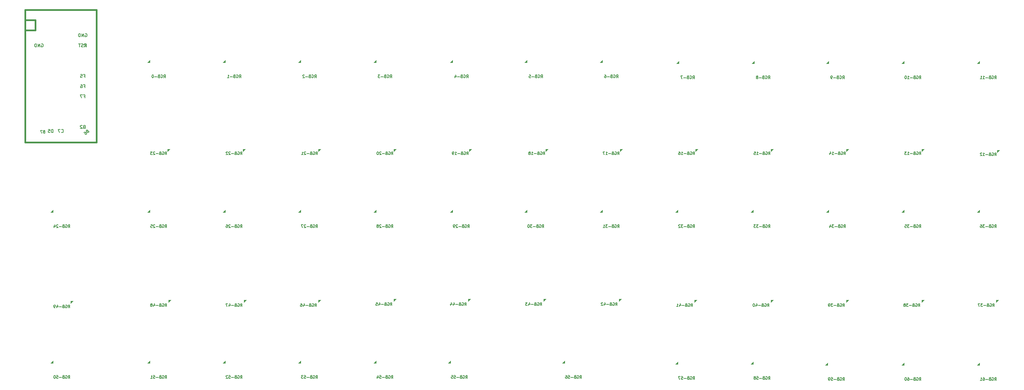
<source format=gbr>
%TF.GenerationSoftware,KiCad,Pcbnew,(5.1.6-0-10_14)*%
%TF.CreationDate,2021-11-22T17:38:10+01:00*%
%TF.ProjectId,Mech50-keyboard,4d656368-3530-42d6-9b65-79626f617264,rev?*%
%TF.SameCoordinates,Original*%
%TF.FileFunction,Legend,Bot*%
%TF.FilePolarity,Positive*%
%FSLAX46Y46*%
G04 Gerber Fmt 4.6, Leading zero omitted, Abs format (unit mm)*
G04 Created by KiCad (PCBNEW (5.1.6-0-10_14)) date 2021-11-22 17:38:10*
%MOMM*%
%LPD*%
G01*
G04 APERTURE LIST*
%ADD10C,0.100000*%
%ADD11C,0.381000*%
%ADD12C,0.150000*%
G04 APERTURE END LIST*
D10*
%TO.C,RGB-61*%
G36*
X293364000Y-140078000D02*
G01*
X293964000Y-140078000D01*
X293964000Y-139478000D01*
X293364000Y-140078000D01*
G37*
X293364000Y-140078000D02*
X293964000Y-140078000D01*
X293964000Y-139478000D01*
X293364000Y-140078000D01*
%TO.C,RGB-60*%
G36*
X274568000Y-140078000D02*
G01*
X275168000Y-140078000D01*
X275168000Y-139478000D01*
X274568000Y-140078000D01*
G37*
X274568000Y-140078000D02*
X275168000Y-140078000D01*
X275168000Y-139478000D01*
X274568000Y-140078000D01*
%TO.C,RGB-59*%
G36*
X255518000Y-140078000D02*
G01*
X256118000Y-140078000D01*
X256118000Y-139478000D01*
X255518000Y-140078000D01*
G37*
X255518000Y-140078000D02*
X256118000Y-140078000D01*
X256118000Y-139478000D01*
X255518000Y-140078000D01*
%TO.C,RGB-58*%
G36*
X236976000Y-139824000D02*
G01*
X237576000Y-139824000D01*
X237576000Y-139224000D01*
X236976000Y-139824000D01*
G37*
X236976000Y-139824000D02*
X237576000Y-139824000D01*
X237576000Y-139224000D01*
X236976000Y-139824000D01*
%TO.C,RGB-57*%
G36*
X218180000Y-139824000D02*
G01*
X218780000Y-139824000D01*
X218780000Y-139224000D01*
X218180000Y-139824000D01*
G37*
X218180000Y-139824000D02*
X218780000Y-139824000D01*
X218780000Y-139224000D01*
X218180000Y-139824000D01*
%TO.C,RGB-56*%
G36*
X189986000Y-139570000D02*
G01*
X190586000Y-139570000D01*
X190586000Y-138970000D01*
X189986000Y-139570000D01*
G37*
X189986000Y-139570000D02*
X190586000Y-139570000D01*
X190586000Y-138970000D01*
X189986000Y-139570000D01*
%TO.C,RGB-55*%
G36*
X161538000Y-139570000D02*
G01*
X162138000Y-139570000D01*
X162138000Y-138970000D01*
X161538000Y-139570000D01*
G37*
X161538000Y-139570000D02*
X162138000Y-139570000D01*
X162138000Y-138970000D01*
X161538000Y-139570000D01*
%TO.C,RGB-54*%
G36*
X142996000Y-139570000D02*
G01*
X143596000Y-139570000D01*
X143596000Y-138970000D01*
X142996000Y-139570000D01*
G37*
X142996000Y-139570000D02*
X143596000Y-139570000D01*
X143596000Y-138970000D01*
X142996000Y-139570000D01*
%TO.C,RGB-53*%
G36*
X124200000Y-139570000D02*
G01*
X124800000Y-139570000D01*
X124800000Y-138970000D01*
X124200000Y-139570000D01*
G37*
X124200000Y-139570000D02*
X124800000Y-139570000D01*
X124800000Y-138970000D01*
X124200000Y-139570000D01*
%TO.C,RGB-52*%
G36*
X105404000Y-139570000D02*
G01*
X106004000Y-139570000D01*
X106004000Y-138970000D01*
X105404000Y-139570000D01*
G37*
X105404000Y-139570000D02*
X106004000Y-139570000D01*
X106004000Y-138970000D01*
X105404000Y-139570000D01*
%TO.C,RGB-51*%
G36*
X86608000Y-139570000D02*
G01*
X87208000Y-139570000D01*
X87208000Y-138970000D01*
X86608000Y-139570000D01*
G37*
X86608000Y-139570000D02*
X87208000Y-139570000D01*
X87208000Y-138970000D01*
X86608000Y-139570000D01*
%TO.C,RGB-50*%
G36*
X62478000Y-139570000D02*
G01*
X63078000Y-139570000D01*
X63078000Y-138970000D01*
X62478000Y-139570000D01*
G37*
X62478000Y-139570000D02*
X63078000Y-139570000D01*
X63078000Y-138970000D01*
X62478000Y-139570000D01*
%TO.C,RGB-49*%
G36*
X68078000Y-124082000D02*
G01*
X67478000Y-124082000D01*
X67478000Y-124682000D01*
X68078000Y-124082000D01*
G37*
X68078000Y-124082000D02*
X67478000Y-124082000D01*
X67478000Y-124682000D01*
X68078000Y-124082000D01*
%TO.C,RGB-48*%
G36*
X92462000Y-123828000D02*
G01*
X91862000Y-123828000D01*
X91862000Y-124428000D01*
X92462000Y-123828000D01*
G37*
X92462000Y-123828000D02*
X91862000Y-123828000D01*
X91862000Y-124428000D01*
X92462000Y-123828000D01*
%TO.C,RGB-47*%
G36*
X111258000Y-123828000D02*
G01*
X110658000Y-123828000D01*
X110658000Y-124428000D01*
X111258000Y-123828000D01*
G37*
X111258000Y-123828000D02*
X110658000Y-123828000D01*
X110658000Y-124428000D01*
X111258000Y-123828000D01*
%TO.C,RGB-46*%
G36*
X129800000Y-123828000D02*
G01*
X129200000Y-123828000D01*
X129200000Y-124428000D01*
X129800000Y-123828000D01*
G37*
X129800000Y-123828000D02*
X129200000Y-123828000D01*
X129200000Y-124428000D01*
X129800000Y-123828000D01*
%TO.C,RGB-45*%
G36*
X148596000Y-123574000D02*
G01*
X147996000Y-123574000D01*
X147996000Y-124174000D01*
X148596000Y-123574000D01*
G37*
X148596000Y-123574000D02*
X147996000Y-123574000D01*
X147996000Y-124174000D01*
X148596000Y-123574000D01*
%TO.C,RGB-44*%
G36*
X167138000Y-123574000D02*
G01*
X166538000Y-123574000D01*
X166538000Y-124174000D01*
X167138000Y-123574000D01*
G37*
X167138000Y-123574000D02*
X166538000Y-123574000D01*
X166538000Y-124174000D01*
X167138000Y-123574000D01*
%TO.C,RGB-43*%
G36*
X185934000Y-123574000D02*
G01*
X185334000Y-123574000D01*
X185334000Y-124174000D01*
X185934000Y-123574000D01*
G37*
X185934000Y-123574000D02*
X185334000Y-123574000D01*
X185334000Y-124174000D01*
X185934000Y-123574000D01*
%TO.C,RGB-42*%
G36*
X204730000Y-123574000D02*
G01*
X204130000Y-123574000D01*
X204130000Y-124174000D01*
X204730000Y-123574000D01*
G37*
X204730000Y-123574000D02*
X204130000Y-123574000D01*
X204130000Y-124174000D01*
X204730000Y-123574000D01*
%TO.C,RGB-41*%
G36*
X223526000Y-123828000D02*
G01*
X222926000Y-123828000D01*
X222926000Y-124428000D01*
X223526000Y-123828000D01*
G37*
X223526000Y-123828000D02*
X222926000Y-123828000D01*
X222926000Y-124428000D01*
X223526000Y-123828000D01*
%TO.C,RGB-40*%
G36*
X242576000Y-123828000D02*
G01*
X241976000Y-123828000D01*
X241976000Y-124428000D01*
X242576000Y-123828000D01*
G37*
X242576000Y-123828000D02*
X241976000Y-123828000D01*
X241976000Y-124428000D01*
X242576000Y-123828000D01*
%TO.C,RGB-39*%
G36*
X261372000Y-123828000D02*
G01*
X260772000Y-123828000D01*
X260772000Y-124428000D01*
X261372000Y-123828000D01*
G37*
X261372000Y-123828000D02*
X260772000Y-123828000D01*
X260772000Y-124428000D01*
X261372000Y-123828000D01*
%TO.C,RGB-38*%
G36*
X280168000Y-123828000D02*
G01*
X279568000Y-123828000D01*
X279568000Y-124428000D01*
X280168000Y-123828000D01*
G37*
X280168000Y-123828000D02*
X279568000Y-123828000D01*
X279568000Y-124428000D01*
X280168000Y-123828000D01*
%TO.C,RGB-37*%
G36*
X298710000Y-123828000D02*
G01*
X298110000Y-123828000D01*
X298110000Y-124428000D01*
X298710000Y-123828000D01*
G37*
X298710000Y-123828000D02*
X298110000Y-123828000D01*
X298110000Y-124428000D01*
X298710000Y-123828000D01*
%TO.C,RGB-36*%
G36*
X293364000Y-101978000D02*
G01*
X293964000Y-101978000D01*
X293964000Y-101378000D01*
X293364000Y-101978000D01*
G37*
X293364000Y-101978000D02*
X293964000Y-101978000D01*
X293964000Y-101378000D01*
X293364000Y-101978000D01*
%TO.C,RGB-35*%
G36*
X274568000Y-101978000D02*
G01*
X275168000Y-101978000D01*
X275168000Y-101378000D01*
X274568000Y-101978000D01*
G37*
X274568000Y-101978000D02*
X275168000Y-101978000D01*
X275168000Y-101378000D01*
X274568000Y-101978000D01*
%TO.C,RGB-34*%
G36*
X255772000Y-101978000D02*
G01*
X256372000Y-101978000D01*
X256372000Y-101378000D01*
X255772000Y-101978000D01*
G37*
X255772000Y-101978000D02*
X256372000Y-101978000D01*
X256372000Y-101378000D01*
X255772000Y-101978000D01*
%TO.C,RGB-33*%
G36*
X236976000Y-101978000D02*
G01*
X237576000Y-101978000D01*
X237576000Y-101378000D01*
X236976000Y-101978000D01*
G37*
X236976000Y-101978000D02*
X237576000Y-101978000D01*
X237576000Y-101378000D01*
X236976000Y-101978000D01*
%TO.C,RGB-32*%
G36*
X218180000Y-101978000D02*
G01*
X218780000Y-101978000D01*
X218780000Y-101378000D01*
X218180000Y-101978000D01*
G37*
X218180000Y-101978000D02*
X218780000Y-101978000D01*
X218780000Y-101378000D01*
X218180000Y-101978000D01*
%TO.C,RGB-31*%
G36*
X199384000Y-101978000D02*
G01*
X199984000Y-101978000D01*
X199984000Y-101378000D01*
X199384000Y-101978000D01*
G37*
X199384000Y-101978000D02*
X199984000Y-101978000D01*
X199984000Y-101378000D01*
X199384000Y-101978000D01*
%TO.C,RGB-30*%
G36*
X180588000Y-101978000D02*
G01*
X181188000Y-101978000D01*
X181188000Y-101378000D01*
X180588000Y-101978000D01*
G37*
X180588000Y-101978000D02*
X181188000Y-101978000D01*
X181188000Y-101378000D01*
X180588000Y-101978000D01*
%TO.C,RGB-29*%
G36*
X162046000Y-101978000D02*
G01*
X162646000Y-101978000D01*
X162646000Y-101378000D01*
X162046000Y-101978000D01*
G37*
X162046000Y-101978000D02*
X162646000Y-101978000D01*
X162646000Y-101378000D01*
X162046000Y-101978000D01*
%TO.C,RGB-28*%
G36*
X142996000Y-101978000D02*
G01*
X143596000Y-101978000D01*
X143596000Y-101378000D01*
X142996000Y-101978000D01*
G37*
X142996000Y-101978000D02*
X143596000Y-101978000D01*
X143596000Y-101378000D01*
X142996000Y-101978000D01*
%TO.C,RGB-27*%
G36*
X124200000Y-101978000D02*
G01*
X124800000Y-101978000D01*
X124800000Y-101378000D01*
X124200000Y-101978000D01*
G37*
X124200000Y-101978000D02*
X124800000Y-101978000D01*
X124800000Y-101378000D01*
X124200000Y-101978000D01*
%TO.C,RGB-26*%
G36*
X105404000Y-101978000D02*
G01*
X106004000Y-101978000D01*
X106004000Y-101378000D01*
X105404000Y-101978000D01*
G37*
X105404000Y-101978000D02*
X106004000Y-101978000D01*
X106004000Y-101378000D01*
X105404000Y-101978000D01*
%TO.C,RGB-25*%
G36*
X86608000Y-101978000D02*
G01*
X87208000Y-101978000D01*
X87208000Y-101378000D01*
X86608000Y-101978000D01*
G37*
X86608000Y-101978000D02*
X87208000Y-101978000D01*
X87208000Y-101378000D01*
X86608000Y-101978000D01*
%TO.C,RGB-24*%
G36*
X62478000Y-101978000D02*
G01*
X63078000Y-101978000D01*
X63078000Y-101378000D01*
X62478000Y-101978000D01*
G37*
X62478000Y-101978000D02*
X63078000Y-101978000D01*
X63078000Y-101378000D01*
X62478000Y-101978000D01*
%TO.C,RGB-23*%
G36*
X92208000Y-86236000D02*
G01*
X91608000Y-86236000D01*
X91608000Y-86836000D01*
X92208000Y-86236000D01*
G37*
X92208000Y-86236000D02*
X91608000Y-86236000D01*
X91608000Y-86836000D01*
X92208000Y-86236000D01*
%TO.C,RGB-22*%
G36*
X111004000Y-86236000D02*
G01*
X110404000Y-86236000D01*
X110404000Y-86836000D01*
X111004000Y-86236000D01*
G37*
X111004000Y-86236000D02*
X110404000Y-86236000D01*
X110404000Y-86836000D01*
X111004000Y-86236000D01*
%TO.C,RGB-21*%
G36*
X129800000Y-86236000D02*
G01*
X129200000Y-86236000D01*
X129200000Y-86836000D01*
X129800000Y-86236000D01*
G37*
X129800000Y-86236000D02*
X129200000Y-86236000D01*
X129200000Y-86836000D01*
X129800000Y-86236000D01*
%TO.C,RGB-20*%
G36*
X148596000Y-86236000D02*
G01*
X147996000Y-86236000D01*
X147996000Y-86836000D01*
X148596000Y-86236000D01*
G37*
X148596000Y-86236000D02*
X147996000Y-86236000D01*
X147996000Y-86836000D01*
X148596000Y-86236000D01*
%TO.C,RGB-19*%
G36*
X167392000Y-86236000D02*
G01*
X166792000Y-86236000D01*
X166792000Y-86836000D01*
X167392000Y-86236000D01*
G37*
X167392000Y-86236000D02*
X166792000Y-86236000D01*
X166792000Y-86836000D01*
X167392000Y-86236000D01*
%TO.C,RGB-18*%
G36*
X186442000Y-86236000D02*
G01*
X185842000Y-86236000D01*
X185842000Y-86836000D01*
X186442000Y-86236000D01*
G37*
X186442000Y-86236000D02*
X185842000Y-86236000D01*
X185842000Y-86836000D01*
X186442000Y-86236000D01*
%TO.C,RGB-17*%
G36*
X204984000Y-86236000D02*
G01*
X204384000Y-86236000D01*
X204384000Y-86836000D01*
X204984000Y-86236000D01*
G37*
X204984000Y-86236000D02*
X204384000Y-86236000D01*
X204384000Y-86836000D01*
X204984000Y-86236000D01*
%TO.C,RGB-16*%
G36*
X223780000Y-86236000D02*
G01*
X223180000Y-86236000D01*
X223180000Y-86836000D01*
X223780000Y-86236000D01*
G37*
X223780000Y-86236000D02*
X223180000Y-86236000D01*
X223180000Y-86836000D01*
X223780000Y-86236000D01*
%TO.C,RGB-15*%
G36*
X242576000Y-86236000D02*
G01*
X241976000Y-86236000D01*
X241976000Y-86836000D01*
X242576000Y-86236000D01*
G37*
X242576000Y-86236000D02*
X241976000Y-86236000D01*
X241976000Y-86836000D01*
X242576000Y-86236000D01*
%TO.C,RGB-14*%
G36*
X261372000Y-86236000D02*
G01*
X260772000Y-86236000D01*
X260772000Y-86836000D01*
X261372000Y-86236000D01*
G37*
X261372000Y-86236000D02*
X260772000Y-86236000D01*
X260772000Y-86836000D01*
X261372000Y-86236000D01*
%TO.C,RGB-13*%
G36*
X280168000Y-86236000D02*
G01*
X279568000Y-86236000D01*
X279568000Y-86836000D01*
X280168000Y-86236000D01*
G37*
X280168000Y-86236000D02*
X279568000Y-86236000D01*
X279568000Y-86836000D01*
X280168000Y-86236000D01*
%TO.C,RGB-12*%
G36*
X298964000Y-86490000D02*
G01*
X298364000Y-86490000D01*
X298364000Y-87090000D01*
X298964000Y-86490000D01*
G37*
X298964000Y-86490000D02*
X298364000Y-86490000D01*
X298364000Y-87090000D01*
X298964000Y-86490000D01*
%TO.C,RGB-0*%
G36*
X86608000Y-64640000D02*
G01*
X87208000Y-64640000D01*
X87208000Y-64040000D01*
X86608000Y-64640000D01*
G37*
X86608000Y-64640000D02*
X87208000Y-64640000D01*
X87208000Y-64040000D01*
X86608000Y-64640000D01*
%TO.C,RGB-11*%
G36*
X293364000Y-64894000D02*
G01*
X293964000Y-64894000D01*
X293964000Y-64294000D01*
X293364000Y-64894000D01*
G37*
X293364000Y-64894000D02*
X293964000Y-64894000D01*
X293964000Y-64294000D01*
X293364000Y-64894000D01*
%TO.C,RGB-2*%
G36*
X124200000Y-64640000D02*
G01*
X124800000Y-64640000D01*
X124800000Y-64040000D01*
X124200000Y-64640000D01*
G37*
X124200000Y-64640000D02*
X124800000Y-64640000D01*
X124800000Y-64040000D01*
X124200000Y-64640000D01*
%TO.C,RGB-10*%
G36*
X274568000Y-64894000D02*
G01*
X275168000Y-64894000D01*
X275168000Y-64294000D01*
X274568000Y-64894000D01*
G37*
X274568000Y-64894000D02*
X275168000Y-64894000D01*
X275168000Y-64294000D01*
X274568000Y-64894000D01*
%TO.C,RGB-9*%
G36*
X255772000Y-64894000D02*
G01*
X256372000Y-64894000D01*
X256372000Y-64294000D01*
X255772000Y-64894000D01*
G37*
X255772000Y-64894000D02*
X256372000Y-64894000D01*
X256372000Y-64294000D01*
X255772000Y-64894000D01*
%TO.C,RGB-8*%
G36*
X237230000Y-64894000D02*
G01*
X237830000Y-64894000D01*
X237830000Y-64294000D01*
X237230000Y-64894000D01*
G37*
X237230000Y-64894000D02*
X237830000Y-64894000D01*
X237830000Y-64294000D01*
X237230000Y-64894000D01*
%TO.C,RGB-7*%
G36*
X218434000Y-64894000D02*
G01*
X219034000Y-64894000D01*
X219034000Y-64294000D01*
X218434000Y-64894000D01*
G37*
X218434000Y-64894000D02*
X219034000Y-64894000D01*
X219034000Y-64294000D01*
X218434000Y-64894000D01*
%TO.C,RGB-6*%
G36*
X199384000Y-64640000D02*
G01*
X199984000Y-64640000D01*
X199984000Y-64040000D01*
X199384000Y-64640000D01*
G37*
X199384000Y-64640000D02*
X199984000Y-64640000D01*
X199984000Y-64040000D01*
X199384000Y-64640000D01*
%TO.C,RGB-5*%
G36*
X180588000Y-64640000D02*
G01*
X181188000Y-64640000D01*
X181188000Y-64040000D01*
X180588000Y-64640000D01*
G37*
X180588000Y-64640000D02*
X181188000Y-64640000D01*
X181188000Y-64040000D01*
X180588000Y-64640000D01*
%TO.C,RGB-4*%
G36*
X162046000Y-64640000D02*
G01*
X162646000Y-64640000D01*
X162646000Y-64040000D01*
X162046000Y-64640000D01*
G37*
X162046000Y-64640000D02*
X162646000Y-64640000D01*
X162646000Y-64040000D01*
X162046000Y-64640000D01*
%TO.C,RGB-3*%
G36*
X142996000Y-64640000D02*
G01*
X143596000Y-64640000D01*
X143596000Y-64040000D01*
X142996000Y-64640000D01*
G37*
X142996000Y-64640000D02*
X143596000Y-64640000D01*
X143596000Y-64040000D01*
X142996000Y-64640000D01*
%TO.C,RGB-1*%
G36*
X105404000Y-64640000D02*
G01*
X106004000Y-64640000D01*
X106004000Y-64040000D01*
X105404000Y-64640000D01*
G37*
X105404000Y-64640000D02*
X106004000Y-64640000D01*
X106004000Y-64040000D01*
X105404000Y-64640000D01*
D11*
%TO.C,U1*%
X58674000Y-54102000D02*
X56134000Y-54102000D01*
X73914000Y-51562000D02*
X56134000Y-51562000D01*
X56134000Y-51562000D02*
X56134000Y-84582000D01*
X56134000Y-84582000D02*
X73914000Y-84582000D01*
X73914000Y-84582000D02*
X73914000Y-51562000D01*
D12*
G36*
X70868635Y-59991030D02*
G01*
X70868635Y-60091030D01*
X71368635Y-60091030D01*
X71368635Y-59991030D01*
X70868635Y-59991030D01*
G37*
X70868635Y-59991030D02*
X70868635Y-60091030D01*
X71368635Y-60091030D01*
X71368635Y-59991030D01*
X70868635Y-59991030D01*
G36*
X70868635Y-59991030D02*
G01*
X70868635Y-60291030D01*
X70968635Y-60291030D01*
X70968635Y-59991030D01*
X70868635Y-59991030D01*
G37*
X70868635Y-59991030D02*
X70868635Y-60291030D01*
X70968635Y-60291030D01*
X70968635Y-59991030D01*
X70868635Y-59991030D01*
G36*
X70868635Y-60591030D02*
G01*
X70868635Y-60791030D01*
X70968635Y-60791030D01*
X70968635Y-60591030D01*
X70868635Y-60591030D01*
G37*
X70868635Y-60591030D02*
X70868635Y-60791030D01*
X70968635Y-60791030D01*
X70968635Y-60591030D01*
X70868635Y-60591030D01*
G36*
X71268635Y-59991030D02*
G01*
X71268635Y-60791030D01*
X71368635Y-60791030D01*
X71368635Y-59991030D01*
X71268635Y-59991030D01*
G37*
X71268635Y-59991030D02*
X71268635Y-60791030D01*
X71368635Y-60791030D01*
X71368635Y-59991030D01*
X71268635Y-59991030D01*
G36*
X71068635Y-60391030D02*
G01*
X71068635Y-60491030D01*
X71168635Y-60491030D01*
X71168635Y-60391030D01*
X71068635Y-60391030D01*
G37*
X71068635Y-60391030D02*
X71068635Y-60491030D01*
X71168635Y-60491030D01*
X71168635Y-60391030D01*
X71068635Y-60391030D01*
D11*
X58674000Y-54102000D02*
X58674000Y-56642000D01*
X58674000Y-56642000D02*
X56134000Y-56642000D01*
%TO.C,RGB-61*%
D12*
X297747333Y-143894666D02*
X297980666Y-143561333D01*
X298147333Y-143894666D02*
X298147333Y-143194666D01*
X297880666Y-143194666D01*
X297814000Y-143228000D01*
X297780666Y-143261333D01*
X297747333Y-143328000D01*
X297747333Y-143428000D01*
X297780666Y-143494666D01*
X297814000Y-143528000D01*
X297880666Y-143561333D01*
X298147333Y-143561333D01*
X297080666Y-143228000D02*
X297147333Y-143194666D01*
X297247333Y-143194666D01*
X297347333Y-143228000D01*
X297414000Y-143294666D01*
X297447333Y-143361333D01*
X297480666Y-143494666D01*
X297480666Y-143594666D01*
X297447333Y-143728000D01*
X297414000Y-143794666D01*
X297347333Y-143861333D01*
X297247333Y-143894666D01*
X297180666Y-143894666D01*
X297080666Y-143861333D01*
X297047333Y-143828000D01*
X297047333Y-143594666D01*
X297180666Y-143594666D01*
X296514000Y-143528000D02*
X296414000Y-143561333D01*
X296380666Y-143594666D01*
X296347333Y-143661333D01*
X296347333Y-143761333D01*
X296380666Y-143828000D01*
X296414000Y-143861333D01*
X296480666Y-143894666D01*
X296747333Y-143894666D01*
X296747333Y-143194666D01*
X296514000Y-143194666D01*
X296447333Y-143228000D01*
X296414000Y-143261333D01*
X296380666Y-143328000D01*
X296380666Y-143394666D01*
X296414000Y-143461333D01*
X296447333Y-143494666D01*
X296514000Y-143528000D01*
X296747333Y-143528000D01*
X296047333Y-143628000D02*
X295514000Y-143628000D01*
X294880666Y-143194666D02*
X295014000Y-143194666D01*
X295080666Y-143228000D01*
X295114000Y-143261333D01*
X295180666Y-143361333D01*
X295214000Y-143494666D01*
X295214000Y-143761333D01*
X295180666Y-143828000D01*
X295147333Y-143861333D01*
X295080666Y-143894666D01*
X294947333Y-143894666D01*
X294880666Y-143861333D01*
X294847333Y-143828000D01*
X294814000Y-143761333D01*
X294814000Y-143594666D01*
X294847333Y-143528000D01*
X294880666Y-143494666D01*
X294947333Y-143461333D01*
X295080666Y-143461333D01*
X295147333Y-143494666D01*
X295180666Y-143528000D01*
X295214000Y-143594666D01*
X294147333Y-143894666D02*
X294547333Y-143894666D01*
X294347333Y-143894666D02*
X294347333Y-143194666D01*
X294414000Y-143294666D01*
X294480666Y-143361333D01*
X294547333Y-143394666D01*
%TO.C,RGB-60*%
X278951333Y-143894666D02*
X279184666Y-143561333D01*
X279351333Y-143894666D02*
X279351333Y-143194666D01*
X279084666Y-143194666D01*
X279018000Y-143228000D01*
X278984666Y-143261333D01*
X278951333Y-143328000D01*
X278951333Y-143428000D01*
X278984666Y-143494666D01*
X279018000Y-143528000D01*
X279084666Y-143561333D01*
X279351333Y-143561333D01*
X278284666Y-143228000D02*
X278351333Y-143194666D01*
X278451333Y-143194666D01*
X278551333Y-143228000D01*
X278618000Y-143294666D01*
X278651333Y-143361333D01*
X278684666Y-143494666D01*
X278684666Y-143594666D01*
X278651333Y-143728000D01*
X278618000Y-143794666D01*
X278551333Y-143861333D01*
X278451333Y-143894666D01*
X278384666Y-143894666D01*
X278284666Y-143861333D01*
X278251333Y-143828000D01*
X278251333Y-143594666D01*
X278384666Y-143594666D01*
X277718000Y-143528000D02*
X277618000Y-143561333D01*
X277584666Y-143594666D01*
X277551333Y-143661333D01*
X277551333Y-143761333D01*
X277584666Y-143828000D01*
X277618000Y-143861333D01*
X277684666Y-143894666D01*
X277951333Y-143894666D01*
X277951333Y-143194666D01*
X277718000Y-143194666D01*
X277651333Y-143228000D01*
X277618000Y-143261333D01*
X277584666Y-143328000D01*
X277584666Y-143394666D01*
X277618000Y-143461333D01*
X277651333Y-143494666D01*
X277718000Y-143528000D01*
X277951333Y-143528000D01*
X277251333Y-143628000D02*
X276718000Y-143628000D01*
X276084666Y-143194666D02*
X276218000Y-143194666D01*
X276284666Y-143228000D01*
X276318000Y-143261333D01*
X276384666Y-143361333D01*
X276418000Y-143494666D01*
X276418000Y-143761333D01*
X276384666Y-143828000D01*
X276351333Y-143861333D01*
X276284666Y-143894666D01*
X276151333Y-143894666D01*
X276084666Y-143861333D01*
X276051333Y-143828000D01*
X276018000Y-143761333D01*
X276018000Y-143594666D01*
X276051333Y-143528000D01*
X276084666Y-143494666D01*
X276151333Y-143461333D01*
X276284666Y-143461333D01*
X276351333Y-143494666D01*
X276384666Y-143528000D01*
X276418000Y-143594666D01*
X275584666Y-143194666D02*
X275518000Y-143194666D01*
X275451333Y-143228000D01*
X275418000Y-143261333D01*
X275384666Y-143328000D01*
X275351333Y-143461333D01*
X275351333Y-143628000D01*
X275384666Y-143761333D01*
X275418000Y-143828000D01*
X275451333Y-143861333D01*
X275518000Y-143894666D01*
X275584666Y-143894666D01*
X275651333Y-143861333D01*
X275684666Y-143828000D01*
X275718000Y-143761333D01*
X275751333Y-143628000D01*
X275751333Y-143461333D01*
X275718000Y-143328000D01*
X275684666Y-143261333D01*
X275651333Y-143228000D01*
X275584666Y-143194666D01*
%TO.C,RGB-59*%
X259901333Y-143894666D02*
X260134666Y-143561333D01*
X260301333Y-143894666D02*
X260301333Y-143194666D01*
X260034666Y-143194666D01*
X259968000Y-143228000D01*
X259934666Y-143261333D01*
X259901333Y-143328000D01*
X259901333Y-143428000D01*
X259934666Y-143494666D01*
X259968000Y-143528000D01*
X260034666Y-143561333D01*
X260301333Y-143561333D01*
X259234666Y-143228000D02*
X259301333Y-143194666D01*
X259401333Y-143194666D01*
X259501333Y-143228000D01*
X259568000Y-143294666D01*
X259601333Y-143361333D01*
X259634666Y-143494666D01*
X259634666Y-143594666D01*
X259601333Y-143728000D01*
X259568000Y-143794666D01*
X259501333Y-143861333D01*
X259401333Y-143894666D01*
X259334666Y-143894666D01*
X259234666Y-143861333D01*
X259201333Y-143828000D01*
X259201333Y-143594666D01*
X259334666Y-143594666D01*
X258668000Y-143528000D02*
X258568000Y-143561333D01*
X258534666Y-143594666D01*
X258501333Y-143661333D01*
X258501333Y-143761333D01*
X258534666Y-143828000D01*
X258568000Y-143861333D01*
X258634666Y-143894666D01*
X258901333Y-143894666D01*
X258901333Y-143194666D01*
X258668000Y-143194666D01*
X258601333Y-143228000D01*
X258568000Y-143261333D01*
X258534666Y-143328000D01*
X258534666Y-143394666D01*
X258568000Y-143461333D01*
X258601333Y-143494666D01*
X258668000Y-143528000D01*
X258901333Y-143528000D01*
X258201333Y-143628000D02*
X257668000Y-143628000D01*
X257001333Y-143194666D02*
X257334666Y-143194666D01*
X257368000Y-143528000D01*
X257334666Y-143494666D01*
X257268000Y-143461333D01*
X257101333Y-143461333D01*
X257034666Y-143494666D01*
X257001333Y-143528000D01*
X256968000Y-143594666D01*
X256968000Y-143761333D01*
X257001333Y-143828000D01*
X257034666Y-143861333D01*
X257101333Y-143894666D01*
X257268000Y-143894666D01*
X257334666Y-143861333D01*
X257368000Y-143828000D01*
X256634666Y-143894666D02*
X256501333Y-143894666D01*
X256434666Y-143861333D01*
X256401333Y-143828000D01*
X256334666Y-143728000D01*
X256301333Y-143594666D01*
X256301333Y-143328000D01*
X256334666Y-143261333D01*
X256368000Y-143228000D01*
X256434666Y-143194666D01*
X256568000Y-143194666D01*
X256634666Y-143228000D01*
X256668000Y-143261333D01*
X256701333Y-143328000D01*
X256701333Y-143494666D01*
X256668000Y-143561333D01*
X256634666Y-143594666D01*
X256568000Y-143628000D01*
X256434666Y-143628000D01*
X256368000Y-143594666D01*
X256334666Y-143561333D01*
X256301333Y-143494666D01*
%TO.C,RGB-58*%
X241359333Y-143640666D02*
X241592666Y-143307333D01*
X241759333Y-143640666D02*
X241759333Y-142940666D01*
X241492666Y-142940666D01*
X241426000Y-142974000D01*
X241392666Y-143007333D01*
X241359333Y-143074000D01*
X241359333Y-143174000D01*
X241392666Y-143240666D01*
X241426000Y-143274000D01*
X241492666Y-143307333D01*
X241759333Y-143307333D01*
X240692666Y-142974000D02*
X240759333Y-142940666D01*
X240859333Y-142940666D01*
X240959333Y-142974000D01*
X241026000Y-143040666D01*
X241059333Y-143107333D01*
X241092666Y-143240666D01*
X241092666Y-143340666D01*
X241059333Y-143474000D01*
X241026000Y-143540666D01*
X240959333Y-143607333D01*
X240859333Y-143640666D01*
X240792666Y-143640666D01*
X240692666Y-143607333D01*
X240659333Y-143574000D01*
X240659333Y-143340666D01*
X240792666Y-143340666D01*
X240126000Y-143274000D02*
X240026000Y-143307333D01*
X239992666Y-143340666D01*
X239959333Y-143407333D01*
X239959333Y-143507333D01*
X239992666Y-143574000D01*
X240026000Y-143607333D01*
X240092666Y-143640666D01*
X240359333Y-143640666D01*
X240359333Y-142940666D01*
X240126000Y-142940666D01*
X240059333Y-142974000D01*
X240026000Y-143007333D01*
X239992666Y-143074000D01*
X239992666Y-143140666D01*
X240026000Y-143207333D01*
X240059333Y-143240666D01*
X240126000Y-143274000D01*
X240359333Y-143274000D01*
X239659333Y-143374000D02*
X239126000Y-143374000D01*
X238459333Y-142940666D02*
X238792666Y-142940666D01*
X238826000Y-143274000D01*
X238792666Y-143240666D01*
X238726000Y-143207333D01*
X238559333Y-143207333D01*
X238492666Y-143240666D01*
X238459333Y-143274000D01*
X238426000Y-143340666D01*
X238426000Y-143507333D01*
X238459333Y-143574000D01*
X238492666Y-143607333D01*
X238559333Y-143640666D01*
X238726000Y-143640666D01*
X238792666Y-143607333D01*
X238826000Y-143574000D01*
X238026000Y-143240666D02*
X238092666Y-143207333D01*
X238126000Y-143174000D01*
X238159333Y-143107333D01*
X238159333Y-143074000D01*
X238126000Y-143007333D01*
X238092666Y-142974000D01*
X238026000Y-142940666D01*
X237892666Y-142940666D01*
X237826000Y-142974000D01*
X237792666Y-143007333D01*
X237759333Y-143074000D01*
X237759333Y-143107333D01*
X237792666Y-143174000D01*
X237826000Y-143207333D01*
X237892666Y-143240666D01*
X238026000Y-143240666D01*
X238092666Y-143274000D01*
X238126000Y-143307333D01*
X238159333Y-143374000D01*
X238159333Y-143507333D01*
X238126000Y-143574000D01*
X238092666Y-143607333D01*
X238026000Y-143640666D01*
X237892666Y-143640666D01*
X237826000Y-143607333D01*
X237792666Y-143574000D01*
X237759333Y-143507333D01*
X237759333Y-143374000D01*
X237792666Y-143307333D01*
X237826000Y-143274000D01*
X237892666Y-143240666D01*
%TO.C,RGB-57*%
X222563333Y-143640666D02*
X222796666Y-143307333D01*
X222963333Y-143640666D02*
X222963333Y-142940666D01*
X222696666Y-142940666D01*
X222630000Y-142974000D01*
X222596666Y-143007333D01*
X222563333Y-143074000D01*
X222563333Y-143174000D01*
X222596666Y-143240666D01*
X222630000Y-143274000D01*
X222696666Y-143307333D01*
X222963333Y-143307333D01*
X221896666Y-142974000D02*
X221963333Y-142940666D01*
X222063333Y-142940666D01*
X222163333Y-142974000D01*
X222230000Y-143040666D01*
X222263333Y-143107333D01*
X222296666Y-143240666D01*
X222296666Y-143340666D01*
X222263333Y-143474000D01*
X222230000Y-143540666D01*
X222163333Y-143607333D01*
X222063333Y-143640666D01*
X221996666Y-143640666D01*
X221896666Y-143607333D01*
X221863333Y-143574000D01*
X221863333Y-143340666D01*
X221996666Y-143340666D01*
X221330000Y-143274000D02*
X221230000Y-143307333D01*
X221196666Y-143340666D01*
X221163333Y-143407333D01*
X221163333Y-143507333D01*
X221196666Y-143574000D01*
X221230000Y-143607333D01*
X221296666Y-143640666D01*
X221563333Y-143640666D01*
X221563333Y-142940666D01*
X221330000Y-142940666D01*
X221263333Y-142974000D01*
X221230000Y-143007333D01*
X221196666Y-143074000D01*
X221196666Y-143140666D01*
X221230000Y-143207333D01*
X221263333Y-143240666D01*
X221330000Y-143274000D01*
X221563333Y-143274000D01*
X220863333Y-143374000D02*
X220330000Y-143374000D01*
X219663333Y-142940666D02*
X219996666Y-142940666D01*
X220030000Y-143274000D01*
X219996666Y-143240666D01*
X219930000Y-143207333D01*
X219763333Y-143207333D01*
X219696666Y-143240666D01*
X219663333Y-143274000D01*
X219630000Y-143340666D01*
X219630000Y-143507333D01*
X219663333Y-143574000D01*
X219696666Y-143607333D01*
X219763333Y-143640666D01*
X219930000Y-143640666D01*
X219996666Y-143607333D01*
X220030000Y-143574000D01*
X219396666Y-142940666D02*
X218930000Y-142940666D01*
X219230000Y-143640666D01*
%TO.C,RGB-56*%
X194369333Y-143386666D02*
X194602666Y-143053333D01*
X194769333Y-143386666D02*
X194769333Y-142686666D01*
X194502666Y-142686666D01*
X194436000Y-142720000D01*
X194402666Y-142753333D01*
X194369333Y-142820000D01*
X194369333Y-142920000D01*
X194402666Y-142986666D01*
X194436000Y-143020000D01*
X194502666Y-143053333D01*
X194769333Y-143053333D01*
X193702666Y-142720000D02*
X193769333Y-142686666D01*
X193869333Y-142686666D01*
X193969333Y-142720000D01*
X194036000Y-142786666D01*
X194069333Y-142853333D01*
X194102666Y-142986666D01*
X194102666Y-143086666D01*
X194069333Y-143220000D01*
X194036000Y-143286666D01*
X193969333Y-143353333D01*
X193869333Y-143386666D01*
X193802666Y-143386666D01*
X193702666Y-143353333D01*
X193669333Y-143320000D01*
X193669333Y-143086666D01*
X193802666Y-143086666D01*
X193136000Y-143020000D02*
X193036000Y-143053333D01*
X193002666Y-143086666D01*
X192969333Y-143153333D01*
X192969333Y-143253333D01*
X193002666Y-143320000D01*
X193036000Y-143353333D01*
X193102666Y-143386666D01*
X193369333Y-143386666D01*
X193369333Y-142686666D01*
X193136000Y-142686666D01*
X193069333Y-142720000D01*
X193036000Y-142753333D01*
X193002666Y-142820000D01*
X193002666Y-142886666D01*
X193036000Y-142953333D01*
X193069333Y-142986666D01*
X193136000Y-143020000D01*
X193369333Y-143020000D01*
X192669333Y-143120000D02*
X192136000Y-143120000D01*
X191469333Y-142686666D02*
X191802666Y-142686666D01*
X191836000Y-143020000D01*
X191802666Y-142986666D01*
X191736000Y-142953333D01*
X191569333Y-142953333D01*
X191502666Y-142986666D01*
X191469333Y-143020000D01*
X191436000Y-143086666D01*
X191436000Y-143253333D01*
X191469333Y-143320000D01*
X191502666Y-143353333D01*
X191569333Y-143386666D01*
X191736000Y-143386666D01*
X191802666Y-143353333D01*
X191836000Y-143320000D01*
X190836000Y-142686666D02*
X190969333Y-142686666D01*
X191036000Y-142720000D01*
X191069333Y-142753333D01*
X191136000Y-142853333D01*
X191169333Y-142986666D01*
X191169333Y-143253333D01*
X191136000Y-143320000D01*
X191102666Y-143353333D01*
X191036000Y-143386666D01*
X190902666Y-143386666D01*
X190836000Y-143353333D01*
X190802666Y-143320000D01*
X190769333Y-143253333D01*
X190769333Y-143086666D01*
X190802666Y-143020000D01*
X190836000Y-142986666D01*
X190902666Y-142953333D01*
X191036000Y-142953333D01*
X191102666Y-142986666D01*
X191136000Y-143020000D01*
X191169333Y-143086666D01*
%TO.C,RGB-55*%
X165921333Y-143386666D02*
X166154666Y-143053333D01*
X166321333Y-143386666D02*
X166321333Y-142686666D01*
X166054666Y-142686666D01*
X165988000Y-142720000D01*
X165954666Y-142753333D01*
X165921333Y-142820000D01*
X165921333Y-142920000D01*
X165954666Y-142986666D01*
X165988000Y-143020000D01*
X166054666Y-143053333D01*
X166321333Y-143053333D01*
X165254666Y-142720000D02*
X165321333Y-142686666D01*
X165421333Y-142686666D01*
X165521333Y-142720000D01*
X165588000Y-142786666D01*
X165621333Y-142853333D01*
X165654666Y-142986666D01*
X165654666Y-143086666D01*
X165621333Y-143220000D01*
X165588000Y-143286666D01*
X165521333Y-143353333D01*
X165421333Y-143386666D01*
X165354666Y-143386666D01*
X165254666Y-143353333D01*
X165221333Y-143320000D01*
X165221333Y-143086666D01*
X165354666Y-143086666D01*
X164688000Y-143020000D02*
X164588000Y-143053333D01*
X164554666Y-143086666D01*
X164521333Y-143153333D01*
X164521333Y-143253333D01*
X164554666Y-143320000D01*
X164588000Y-143353333D01*
X164654666Y-143386666D01*
X164921333Y-143386666D01*
X164921333Y-142686666D01*
X164688000Y-142686666D01*
X164621333Y-142720000D01*
X164588000Y-142753333D01*
X164554666Y-142820000D01*
X164554666Y-142886666D01*
X164588000Y-142953333D01*
X164621333Y-142986666D01*
X164688000Y-143020000D01*
X164921333Y-143020000D01*
X164221333Y-143120000D02*
X163688000Y-143120000D01*
X163021333Y-142686666D02*
X163354666Y-142686666D01*
X163388000Y-143020000D01*
X163354666Y-142986666D01*
X163288000Y-142953333D01*
X163121333Y-142953333D01*
X163054666Y-142986666D01*
X163021333Y-143020000D01*
X162988000Y-143086666D01*
X162988000Y-143253333D01*
X163021333Y-143320000D01*
X163054666Y-143353333D01*
X163121333Y-143386666D01*
X163288000Y-143386666D01*
X163354666Y-143353333D01*
X163388000Y-143320000D01*
X162354666Y-142686666D02*
X162688000Y-142686666D01*
X162721333Y-143020000D01*
X162688000Y-142986666D01*
X162621333Y-142953333D01*
X162454666Y-142953333D01*
X162388000Y-142986666D01*
X162354666Y-143020000D01*
X162321333Y-143086666D01*
X162321333Y-143253333D01*
X162354666Y-143320000D01*
X162388000Y-143353333D01*
X162454666Y-143386666D01*
X162621333Y-143386666D01*
X162688000Y-143353333D01*
X162721333Y-143320000D01*
%TO.C,RGB-54*%
X147379333Y-143386666D02*
X147612666Y-143053333D01*
X147779333Y-143386666D02*
X147779333Y-142686666D01*
X147512666Y-142686666D01*
X147446000Y-142720000D01*
X147412666Y-142753333D01*
X147379333Y-142820000D01*
X147379333Y-142920000D01*
X147412666Y-142986666D01*
X147446000Y-143020000D01*
X147512666Y-143053333D01*
X147779333Y-143053333D01*
X146712666Y-142720000D02*
X146779333Y-142686666D01*
X146879333Y-142686666D01*
X146979333Y-142720000D01*
X147046000Y-142786666D01*
X147079333Y-142853333D01*
X147112666Y-142986666D01*
X147112666Y-143086666D01*
X147079333Y-143220000D01*
X147046000Y-143286666D01*
X146979333Y-143353333D01*
X146879333Y-143386666D01*
X146812666Y-143386666D01*
X146712666Y-143353333D01*
X146679333Y-143320000D01*
X146679333Y-143086666D01*
X146812666Y-143086666D01*
X146146000Y-143020000D02*
X146046000Y-143053333D01*
X146012666Y-143086666D01*
X145979333Y-143153333D01*
X145979333Y-143253333D01*
X146012666Y-143320000D01*
X146046000Y-143353333D01*
X146112666Y-143386666D01*
X146379333Y-143386666D01*
X146379333Y-142686666D01*
X146146000Y-142686666D01*
X146079333Y-142720000D01*
X146046000Y-142753333D01*
X146012666Y-142820000D01*
X146012666Y-142886666D01*
X146046000Y-142953333D01*
X146079333Y-142986666D01*
X146146000Y-143020000D01*
X146379333Y-143020000D01*
X145679333Y-143120000D02*
X145146000Y-143120000D01*
X144479333Y-142686666D02*
X144812666Y-142686666D01*
X144846000Y-143020000D01*
X144812666Y-142986666D01*
X144746000Y-142953333D01*
X144579333Y-142953333D01*
X144512666Y-142986666D01*
X144479333Y-143020000D01*
X144446000Y-143086666D01*
X144446000Y-143253333D01*
X144479333Y-143320000D01*
X144512666Y-143353333D01*
X144579333Y-143386666D01*
X144746000Y-143386666D01*
X144812666Y-143353333D01*
X144846000Y-143320000D01*
X143846000Y-142920000D02*
X143846000Y-143386666D01*
X144012666Y-142653333D02*
X144179333Y-143153333D01*
X143746000Y-143153333D01*
%TO.C,RGB-53*%
X128583333Y-143386666D02*
X128816666Y-143053333D01*
X128983333Y-143386666D02*
X128983333Y-142686666D01*
X128716666Y-142686666D01*
X128650000Y-142720000D01*
X128616666Y-142753333D01*
X128583333Y-142820000D01*
X128583333Y-142920000D01*
X128616666Y-142986666D01*
X128650000Y-143020000D01*
X128716666Y-143053333D01*
X128983333Y-143053333D01*
X127916666Y-142720000D02*
X127983333Y-142686666D01*
X128083333Y-142686666D01*
X128183333Y-142720000D01*
X128250000Y-142786666D01*
X128283333Y-142853333D01*
X128316666Y-142986666D01*
X128316666Y-143086666D01*
X128283333Y-143220000D01*
X128250000Y-143286666D01*
X128183333Y-143353333D01*
X128083333Y-143386666D01*
X128016666Y-143386666D01*
X127916666Y-143353333D01*
X127883333Y-143320000D01*
X127883333Y-143086666D01*
X128016666Y-143086666D01*
X127350000Y-143020000D02*
X127250000Y-143053333D01*
X127216666Y-143086666D01*
X127183333Y-143153333D01*
X127183333Y-143253333D01*
X127216666Y-143320000D01*
X127250000Y-143353333D01*
X127316666Y-143386666D01*
X127583333Y-143386666D01*
X127583333Y-142686666D01*
X127350000Y-142686666D01*
X127283333Y-142720000D01*
X127250000Y-142753333D01*
X127216666Y-142820000D01*
X127216666Y-142886666D01*
X127250000Y-142953333D01*
X127283333Y-142986666D01*
X127350000Y-143020000D01*
X127583333Y-143020000D01*
X126883333Y-143120000D02*
X126350000Y-143120000D01*
X125683333Y-142686666D02*
X126016666Y-142686666D01*
X126050000Y-143020000D01*
X126016666Y-142986666D01*
X125950000Y-142953333D01*
X125783333Y-142953333D01*
X125716666Y-142986666D01*
X125683333Y-143020000D01*
X125650000Y-143086666D01*
X125650000Y-143253333D01*
X125683333Y-143320000D01*
X125716666Y-143353333D01*
X125783333Y-143386666D01*
X125950000Y-143386666D01*
X126016666Y-143353333D01*
X126050000Y-143320000D01*
X125416666Y-142686666D02*
X124983333Y-142686666D01*
X125216666Y-142953333D01*
X125116666Y-142953333D01*
X125050000Y-142986666D01*
X125016666Y-143020000D01*
X124983333Y-143086666D01*
X124983333Y-143253333D01*
X125016666Y-143320000D01*
X125050000Y-143353333D01*
X125116666Y-143386666D01*
X125316666Y-143386666D01*
X125383333Y-143353333D01*
X125416666Y-143320000D01*
%TO.C,RGB-52*%
X109787333Y-143386666D02*
X110020666Y-143053333D01*
X110187333Y-143386666D02*
X110187333Y-142686666D01*
X109920666Y-142686666D01*
X109854000Y-142720000D01*
X109820666Y-142753333D01*
X109787333Y-142820000D01*
X109787333Y-142920000D01*
X109820666Y-142986666D01*
X109854000Y-143020000D01*
X109920666Y-143053333D01*
X110187333Y-143053333D01*
X109120666Y-142720000D02*
X109187333Y-142686666D01*
X109287333Y-142686666D01*
X109387333Y-142720000D01*
X109454000Y-142786666D01*
X109487333Y-142853333D01*
X109520666Y-142986666D01*
X109520666Y-143086666D01*
X109487333Y-143220000D01*
X109454000Y-143286666D01*
X109387333Y-143353333D01*
X109287333Y-143386666D01*
X109220666Y-143386666D01*
X109120666Y-143353333D01*
X109087333Y-143320000D01*
X109087333Y-143086666D01*
X109220666Y-143086666D01*
X108554000Y-143020000D02*
X108454000Y-143053333D01*
X108420666Y-143086666D01*
X108387333Y-143153333D01*
X108387333Y-143253333D01*
X108420666Y-143320000D01*
X108454000Y-143353333D01*
X108520666Y-143386666D01*
X108787333Y-143386666D01*
X108787333Y-142686666D01*
X108554000Y-142686666D01*
X108487333Y-142720000D01*
X108454000Y-142753333D01*
X108420666Y-142820000D01*
X108420666Y-142886666D01*
X108454000Y-142953333D01*
X108487333Y-142986666D01*
X108554000Y-143020000D01*
X108787333Y-143020000D01*
X108087333Y-143120000D02*
X107554000Y-143120000D01*
X106887333Y-142686666D02*
X107220666Y-142686666D01*
X107254000Y-143020000D01*
X107220666Y-142986666D01*
X107154000Y-142953333D01*
X106987333Y-142953333D01*
X106920666Y-142986666D01*
X106887333Y-143020000D01*
X106854000Y-143086666D01*
X106854000Y-143253333D01*
X106887333Y-143320000D01*
X106920666Y-143353333D01*
X106987333Y-143386666D01*
X107154000Y-143386666D01*
X107220666Y-143353333D01*
X107254000Y-143320000D01*
X106587333Y-142753333D02*
X106554000Y-142720000D01*
X106487333Y-142686666D01*
X106320666Y-142686666D01*
X106254000Y-142720000D01*
X106220666Y-142753333D01*
X106187333Y-142820000D01*
X106187333Y-142886666D01*
X106220666Y-142986666D01*
X106620666Y-143386666D01*
X106187333Y-143386666D01*
%TO.C,RGB-51*%
X90991333Y-143386666D02*
X91224666Y-143053333D01*
X91391333Y-143386666D02*
X91391333Y-142686666D01*
X91124666Y-142686666D01*
X91058000Y-142720000D01*
X91024666Y-142753333D01*
X90991333Y-142820000D01*
X90991333Y-142920000D01*
X91024666Y-142986666D01*
X91058000Y-143020000D01*
X91124666Y-143053333D01*
X91391333Y-143053333D01*
X90324666Y-142720000D02*
X90391333Y-142686666D01*
X90491333Y-142686666D01*
X90591333Y-142720000D01*
X90658000Y-142786666D01*
X90691333Y-142853333D01*
X90724666Y-142986666D01*
X90724666Y-143086666D01*
X90691333Y-143220000D01*
X90658000Y-143286666D01*
X90591333Y-143353333D01*
X90491333Y-143386666D01*
X90424666Y-143386666D01*
X90324666Y-143353333D01*
X90291333Y-143320000D01*
X90291333Y-143086666D01*
X90424666Y-143086666D01*
X89758000Y-143020000D02*
X89658000Y-143053333D01*
X89624666Y-143086666D01*
X89591333Y-143153333D01*
X89591333Y-143253333D01*
X89624666Y-143320000D01*
X89658000Y-143353333D01*
X89724666Y-143386666D01*
X89991333Y-143386666D01*
X89991333Y-142686666D01*
X89758000Y-142686666D01*
X89691333Y-142720000D01*
X89658000Y-142753333D01*
X89624666Y-142820000D01*
X89624666Y-142886666D01*
X89658000Y-142953333D01*
X89691333Y-142986666D01*
X89758000Y-143020000D01*
X89991333Y-143020000D01*
X89291333Y-143120000D02*
X88758000Y-143120000D01*
X88091333Y-142686666D02*
X88424666Y-142686666D01*
X88458000Y-143020000D01*
X88424666Y-142986666D01*
X88358000Y-142953333D01*
X88191333Y-142953333D01*
X88124666Y-142986666D01*
X88091333Y-143020000D01*
X88058000Y-143086666D01*
X88058000Y-143253333D01*
X88091333Y-143320000D01*
X88124666Y-143353333D01*
X88191333Y-143386666D01*
X88358000Y-143386666D01*
X88424666Y-143353333D01*
X88458000Y-143320000D01*
X87391333Y-143386666D02*
X87791333Y-143386666D01*
X87591333Y-143386666D02*
X87591333Y-142686666D01*
X87658000Y-142786666D01*
X87724666Y-142853333D01*
X87791333Y-142886666D01*
%TO.C,RGB-50*%
X66861333Y-143386666D02*
X67094666Y-143053333D01*
X67261333Y-143386666D02*
X67261333Y-142686666D01*
X66994666Y-142686666D01*
X66928000Y-142720000D01*
X66894666Y-142753333D01*
X66861333Y-142820000D01*
X66861333Y-142920000D01*
X66894666Y-142986666D01*
X66928000Y-143020000D01*
X66994666Y-143053333D01*
X67261333Y-143053333D01*
X66194666Y-142720000D02*
X66261333Y-142686666D01*
X66361333Y-142686666D01*
X66461333Y-142720000D01*
X66528000Y-142786666D01*
X66561333Y-142853333D01*
X66594666Y-142986666D01*
X66594666Y-143086666D01*
X66561333Y-143220000D01*
X66528000Y-143286666D01*
X66461333Y-143353333D01*
X66361333Y-143386666D01*
X66294666Y-143386666D01*
X66194666Y-143353333D01*
X66161333Y-143320000D01*
X66161333Y-143086666D01*
X66294666Y-143086666D01*
X65628000Y-143020000D02*
X65528000Y-143053333D01*
X65494666Y-143086666D01*
X65461333Y-143153333D01*
X65461333Y-143253333D01*
X65494666Y-143320000D01*
X65528000Y-143353333D01*
X65594666Y-143386666D01*
X65861333Y-143386666D01*
X65861333Y-142686666D01*
X65628000Y-142686666D01*
X65561333Y-142720000D01*
X65528000Y-142753333D01*
X65494666Y-142820000D01*
X65494666Y-142886666D01*
X65528000Y-142953333D01*
X65561333Y-142986666D01*
X65628000Y-143020000D01*
X65861333Y-143020000D01*
X65161333Y-143120000D02*
X64628000Y-143120000D01*
X63961333Y-142686666D02*
X64294666Y-142686666D01*
X64328000Y-143020000D01*
X64294666Y-142986666D01*
X64228000Y-142953333D01*
X64061333Y-142953333D01*
X63994666Y-142986666D01*
X63961333Y-143020000D01*
X63928000Y-143086666D01*
X63928000Y-143253333D01*
X63961333Y-143320000D01*
X63994666Y-143353333D01*
X64061333Y-143386666D01*
X64228000Y-143386666D01*
X64294666Y-143353333D01*
X64328000Y-143320000D01*
X63494666Y-142686666D02*
X63428000Y-142686666D01*
X63361333Y-142720000D01*
X63328000Y-142753333D01*
X63294666Y-142820000D01*
X63261333Y-142953333D01*
X63261333Y-143120000D01*
X63294666Y-143253333D01*
X63328000Y-143320000D01*
X63361333Y-143353333D01*
X63428000Y-143386666D01*
X63494666Y-143386666D01*
X63561333Y-143353333D01*
X63594666Y-143320000D01*
X63628000Y-143253333D01*
X63661333Y-143120000D01*
X63661333Y-142953333D01*
X63628000Y-142820000D01*
X63594666Y-142753333D01*
X63561333Y-142720000D01*
X63494666Y-142686666D01*
%TO.C,RGB-49*%
X66861333Y-125792666D02*
X67094666Y-125459333D01*
X67261333Y-125792666D02*
X67261333Y-125092666D01*
X66994666Y-125092666D01*
X66928000Y-125126000D01*
X66894666Y-125159333D01*
X66861333Y-125226000D01*
X66861333Y-125326000D01*
X66894666Y-125392666D01*
X66928000Y-125426000D01*
X66994666Y-125459333D01*
X67261333Y-125459333D01*
X66194666Y-125126000D02*
X66261333Y-125092666D01*
X66361333Y-125092666D01*
X66461333Y-125126000D01*
X66528000Y-125192666D01*
X66561333Y-125259333D01*
X66594666Y-125392666D01*
X66594666Y-125492666D01*
X66561333Y-125626000D01*
X66528000Y-125692666D01*
X66461333Y-125759333D01*
X66361333Y-125792666D01*
X66294666Y-125792666D01*
X66194666Y-125759333D01*
X66161333Y-125726000D01*
X66161333Y-125492666D01*
X66294666Y-125492666D01*
X65628000Y-125426000D02*
X65528000Y-125459333D01*
X65494666Y-125492666D01*
X65461333Y-125559333D01*
X65461333Y-125659333D01*
X65494666Y-125726000D01*
X65528000Y-125759333D01*
X65594666Y-125792666D01*
X65861333Y-125792666D01*
X65861333Y-125092666D01*
X65628000Y-125092666D01*
X65561333Y-125126000D01*
X65528000Y-125159333D01*
X65494666Y-125226000D01*
X65494666Y-125292666D01*
X65528000Y-125359333D01*
X65561333Y-125392666D01*
X65628000Y-125426000D01*
X65861333Y-125426000D01*
X65161333Y-125526000D02*
X64628000Y-125526000D01*
X63994666Y-125326000D02*
X63994666Y-125792666D01*
X64161333Y-125059333D02*
X64328000Y-125559333D01*
X63894666Y-125559333D01*
X63594666Y-125792666D02*
X63461333Y-125792666D01*
X63394666Y-125759333D01*
X63361333Y-125726000D01*
X63294666Y-125626000D01*
X63261333Y-125492666D01*
X63261333Y-125226000D01*
X63294666Y-125159333D01*
X63328000Y-125126000D01*
X63394666Y-125092666D01*
X63528000Y-125092666D01*
X63594666Y-125126000D01*
X63628000Y-125159333D01*
X63661333Y-125226000D01*
X63661333Y-125392666D01*
X63628000Y-125459333D01*
X63594666Y-125492666D01*
X63528000Y-125526000D01*
X63394666Y-125526000D01*
X63328000Y-125492666D01*
X63294666Y-125459333D01*
X63261333Y-125392666D01*
%TO.C,RGB-48*%
X90991333Y-125470666D02*
X91224666Y-125137333D01*
X91391333Y-125470666D02*
X91391333Y-124770666D01*
X91124666Y-124770666D01*
X91058000Y-124804000D01*
X91024666Y-124837333D01*
X90991333Y-124904000D01*
X90991333Y-125004000D01*
X91024666Y-125070666D01*
X91058000Y-125104000D01*
X91124666Y-125137333D01*
X91391333Y-125137333D01*
X90324666Y-124804000D02*
X90391333Y-124770666D01*
X90491333Y-124770666D01*
X90591333Y-124804000D01*
X90658000Y-124870666D01*
X90691333Y-124937333D01*
X90724666Y-125070666D01*
X90724666Y-125170666D01*
X90691333Y-125304000D01*
X90658000Y-125370666D01*
X90591333Y-125437333D01*
X90491333Y-125470666D01*
X90424666Y-125470666D01*
X90324666Y-125437333D01*
X90291333Y-125404000D01*
X90291333Y-125170666D01*
X90424666Y-125170666D01*
X89758000Y-125104000D02*
X89658000Y-125137333D01*
X89624666Y-125170666D01*
X89591333Y-125237333D01*
X89591333Y-125337333D01*
X89624666Y-125404000D01*
X89658000Y-125437333D01*
X89724666Y-125470666D01*
X89991333Y-125470666D01*
X89991333Y-124770666D01*
X89758000Y-124770666D01*
X89691333Y-124804000D01*
X89658000Y-124837333D01*
X89624666Y-124904000D01*
X89624666Y-124970666D01*
X89658000Y-125037333D01*
X89691333Y-125070666D01*
X89758000Y-125104000D01*
X89991333Y-125104000D01*
X89291333Y-125204000D02*
X88758000Y-125204000D01*
X88124666Y-125004000D02*
X88124666Y-125470666D01*
X88291333Y-124737333D02*
X88458000Y-125237333D01*
X88024666Y-125237333D01*
X87658000Y-125070666D02*
X87724666Y-125037333D01*
X87758000Y-125004000D01*
X87791333Y-124937333D01*
X87791333Y-124904000D01*
X87758000Y-124837333D01*
X87724666Y-124804000D01*
X87658000Y-124770666D01*
X87524666Y-124770666D01*
X87458000Y-124804000D01*
X87424666Y-124837333D01*
X87391333Y-124904000D01*
X87391333Y-124937333D01*
X87424666Y-125004000D01*
X87458000Y-125037333D01*
X87524666Y-125070666D01*
X87658000Y-125070666D01*
X87724666Y-125104000D01*
X87758000Y-125137333D01*
X87791333Y-125204000D01*
X87791333Y-125337333D01*
X87758000Y-125404000D01*
X87724666Y-125437333D01*
X87658000Y-125470666D01*
X87524666Y-125470666D01*
X87458000Y-125437333D01*
X87424666Y-125404000D01*
X87391333Y-125337333D01*
X87391333Y-125204000D01*
X87424666Y-125137333D01*
X87458000Y-125104000D01*
X87524666Y-125070666D01*
%TO.C,RGB-47*%
X109787333Y-125470666D02*
X110020666Y-125137333D01*
X110187333Y-125470666D02*
X110187333Y-124770666D01*
X109920666Y-124770666D01*
X109854000Y-124804000D01*
X109820666Y-124837333D01*
X109787333Y-124904000D01*
X109787333Y-125004000D01*
X109820666Y-125070666D01*
X109854000Y-125104000D01*
X109920666Y-125137333D01*
X110187333Y-125137333D01*
X109120666Y-124804000D02*
X109187333Y-124770666D01*
X109287333Y-124770666D01*
X109387333Y-124804000D01*
X109454000Y-124870666D01*
X109487333Y-124937333D01*
X109520666Y-125070666D01*
X109520666Y-125170666D01*
X109487333Y-125304000D01*
X109454000Y-125370666D01*
X109387333Y-125437333D01*
X109287333Y-125470666D01*
X109220666Y-125470666D01*
X109120666Y-125437333D01*
X109087333Y-125404000D01*
X109087333Y-125170666D01*
X109220666Y-125170666D01*
X108554000Y-125104000D02*
X108454000Y-125137333D01*
X108420666Y-125170666D01*
X108387333Y-125237333D01*
X108387333Y-125337333D01*
X108420666Y-125404000D01*
X108454000Y-125437333D01*
X108520666Y-125470666D01*
X108787333Y-125470666D01*
X108787333Y-124770666D01*
X108554000Y-124770666D01*
X108487333Y-124804000D01*
X108454000Y-124837333D01*
X108420666Y-124904000D01*
X108420666Y-124970666D01*
X108454000Y-125037333D01*
X108487333Y-125070666D01*
X108554000Y-125104000D01*
X108787333Y-125104000D01*
X108087333Y-125204000D02*
X107554000Y-125204000D01*
X106920666Y-125004000D02*
X106920666Y-125470666D01*
X107087333Y-124737333D02*
X107254000Y-125237333D01*
X106820666Y-125237333D01*
X106620666Y-124770666D02*
X106154000Y-124770666D01*
X106454000Y-125470666D01*
%TO.C,RGB-46*%
X128329333Y-125470666D02*
X128562666Y-125137333D01*
X128729333Y-125470666D02*
X128729333Y-124770666D01*
X128462666Y-124770666D01*
X128396000Y-124804000D01*
X128362666Y-124837333D01*
X128329333Y-124904000D01*
X128329333Y-125004000D01*
X128362666Y-125070666D01*
X128396000Y-125104000D01*
X128462666Y-125137333D01*
X128729333Y-125137333D01*
X127662666Y-124804000D02*
X127729333Y-124770666D01*
X127829333Y-124770666D01*
X127929333Y-124804000D01*
X127996000Y-124870666D01*
X128029333Y-124937333D01*
X128062666Y-125070666D01*
X128062666Y-125170666D01*
X128029333Y-125304000D01*
X127996000Y-125370666D01*
X127929333Y-125437333D01*
X127829333Y-125470666D01*
X127762666Y-125470666D01*
X127662666Y-125437333D01*
X127629333Y-125404000D01*
X127629333Y-125170666D01*
X127762666Y-125170666D01*
X127096000Y-125104000D02*
X126996000Y-125137333D01*
X126962666Y-125170666D01*
X126929333Y-125237333D01*
X126929333Y-125337333D01*
X126962666Y-125404000D01*
X126996000Y-125437333D01*
X127062666Y-125470666D01*
X127329333Y-125470666D01*
X127329333Y-124770666D01*
X127096000Y-124770666D01*
X127029333Y-124804000D01*
X126996000Y-124837333D01*
X126962666Y-124904000D01*
X126962666Y-124970666D01*
X126996000Y-125037333D01*
X127029333Y-125070666D01*
X127096000Y-125104000D01*
X127329333Y-125104000D01*
X126629333Y-125204000D02*
X126096000Y-125204000D01*
X125462666Y-125004000D02*
X125462666Y-125470666D01*
X125629333Y-124737333D02*
X125796000Y-125237333D01*
X125362666Y-125237333D01*
X124796000Y-124770666D02*
X124929333Y-124770666D01*
X124996000Y-124804000D01*
X125029333Y-124837333D01*
X125096000Y-124937333D01*
X125129333Y-125070666D01*
X125129333Y-125337333D01*
X125096000Y-125404000D01*
X125062666Y-125437333D01*
X124996000Y-125470666D01*
X124862666Y-125470666D01*
X124796000Y-125437333D01*
X124762666Y-125404000D01*
X124729333Y-125337333D01*
X124729333Y-125170666D01*
X124762666Y-125104000D01*
X124796000Y-125070666D01*
X124862666Y-125037333D01*
X124996000Y-125037333D01*
X125062666Y-125070666D01*
X125096000Y-125104000D01*
X125129333Y-125170666D01*
%TO.C,RGB-45*%
X147125333Y-125216666D02*
X147358666Y-124883333D01*
X147525333Y-125216666D02*
X147525333Y-124516666D01*
X147258666Y-124516666D01*
X147192000Y-124550000D01*
X147158666Y-124583333D01*
X147125333Y-124650000D01*
X147125333Y-124750000D01*
X147158666Y-124816666D01*
X147192000Y-124850000D01*
X147258666Y-124883333D01*
X147525333Y-124883333D01*
X146458666Y-124550000D02*
X146525333Y-124516666D01*
X146625333Y-124516666D01*
X146725333Y-124550000D01*
X146792000Y-124616666D01*
X146825333Y-124683333D01*
X146858666Y-124816666D01*
X146858666Y-124916666D01*
X146825333Y-125050000D01*
X146792000Y-125116666D01*
X146725333Y-125183333D01*
X146625333Y-125216666D01*
X146558666Y-125216666D01*
X146458666Y-125183333D01*
X146425333Y-125150000D01*
X146425333Y-124916666D01*
X146558666Y-124916666D01*
X145892000Y-124850000D02*
X145792000Y-124883333D01*
X145758666Y-124916666D01*
X145725333Y-124983333D01*
X145725333Y-125083333D01*
X145758666Y-125150000D01*
X145792000Y-125183333D01*
X145858666Y-125216666D01*
X146125333Y-125216666D01*
X146125333Y-124516666D01*
X145892000Y-124516666D01*
X145825333Y-124550000D01*
X145792000Y-124583333D01*
X145758666Y-124650000D01*
X145758666Y-124716666D01*
X145792000Y-124783333D01*
X145825333Y-124816666D01*
X145892000Y-124850000D01*
X146125333Y-124850000D01*
X145425333Y-124950000D02*
X144892000Y-124950000D01*
X144258666Y-124750000D02*
X144258666Y-125216666D01*
X144425333Y-124483333D02*
X144592000Y-124983333D01*
X144158666Y-124983333D01*
X143558666Y-124516666D02*
X143892000Y-124516666D01*
X143925333Y-124850000D01*
X143892000Y-124816666D01*
X143825333Y-124783333D01*
X143658666Y-124783333D01*
X143592000Y-124816666D01*
X143558666Y-124850000D01*
X143525333Y-124916666D01*
X143525333Y-125083333D01*
X143558666Y-125150000D01*
X143592000Y-125183333D01*
X143658666Y-125216666D01*
X143825333Y-125216666D01*
X143892000Y-125183333D01*
X143925333Y-125150000D01*
%TO.C,RGB-44*%
X165667333Y-125216666D02*
X165900666Y-124883333D01*
X166067333Y-125216666D02*
X166067333Y-124516666D01*
X165800666Y-124516666D01*
X165734000Y-124550000D01*
X165700666Y-124583333D01*
X165667333Y-124650000D01*
X165667333Y-124750000D01*
X165700666Y-124816666D01*
X165734000Y-124850000D01*
X165800666Y-124883333D01*
X166067333Y-124883333D01*
X165000666Y-124550000D02*
X165067333Y-124516666D01*
X165167333Y-124516666D01*
X165267333Y-124550000D01*
X165334000Y-124616666D01*
X165367333Y-124683333D01*
X165400666Y-124816666D01*
X165400666Y-124916666D01*
X165367333Y-125050000D01*
X165334000Y-125116666D01*
X165267333Y-125183333D01*
X165167333Y-125216666D01*
X165100666Y-125216666D01*
X165000666Y-125183333D01*
X164967333Y-125150000D01*
X164967333Y-124916666D01*
X165100666Y-124916666D01*
X164434000Y-124850000D02*
X164334000Y-124883333D01*
X164300666Y-124916666D01*
X164267333Y-124983333D01*
X164267333Y-125083333D01*
X164300666Y-125150000D01*
X164334000Y-125183333D01*
X164400666Y-125216666D01*
X164667333Y-125216666D01*
X164667333Y-124516666D01*
X164434000Y-124516666D01*
X164367333Y-124550000D01*
X164334000Y-124583333D01*
X164300666Y-124650000D01*
X164300666Y-124716666D01*
X164334000Y-124783333D01*
X164367333Y-124816666D01*
X164434000Y-124850000D01*
X164667333Y-124850000D01*
X163967333Y-124950000D02*
X163434000Y-124950000D01*
X162800666Y-124750000D02*
X162800666Y-125216666D01*
X162967333Y-124483333D02*
X163134000Y-124983333D01*
X162700666Y-124983333D01*
X162134000Y-124750000D02*
X162134000Y-125216666D01*
X162300666Y-124483333D02*
X162467333Y-124983333D01*
X162034000Y-124983333D01*
%TO.C,RGB-43*%
X184463333Y-125216666D02*
X184696666Y-124883333D01*
X184863333Y-125216666D02*
X184863333Y-124516666D01*
X184596666Y-124516666D01*
X184530000Y-124550000D01*
X184496666Y-124583333D01*
X184463333Y-124650000D01*
X184463333Y-124750000D01*
X184496666Y-124816666D01*
X184530000Y-124850000D01*
X184596666Y-124883333D01*
X184863333Y-124883333D01*
X183796666Y-124550000D02*
X183863333Y-124516666D01*
X183963333Y-124516666D01*
X184063333Y-124550000D01*
X184130000Y-124616666D01*
X184163333Y-124683333D01*
X184196666Y-124816666D01*
X184196666Y-124916666D01*
X184163333Y-125050000D01*
X184130000Y-125116666D01*
X184063333Y-125183333D01*
X183963333Y-125216666D01*
X183896666Y-125216666D01*
X183796666Y-125183333D01*
X183763333Y-125150000D01*
X183763333Y-124916666D01*
X183896666Y-124916666D01*
X183230000Y-124850000D02*
X183130000Y-124883333D01*
X183096666Y-124916666D01*
X183063333Y-124983333D01*
X183063333Y-125083333D01*
X183096666Y-125150000D01*
X183130000Y-125183333D01*
X183196666Y-125216666D01*
X183463333Y-125216666D01*
X183463333Y-124516666D01*
X183230000Y-124516666D01*
X183163333Y-124550000D01*
X183130000Y-124583333D01*
X183096666Y-124650000D01*
X183096666Y-124716666D01*
X183130000Y-124783333D01*
X183163333Y-124816666D01*
X183230000Y-124850000D01*
X183463333Y-124850000D01*
X182763333Y-124950000D02*
X182230000Y-124950000D01*
X181596666Y-124750000D02*
X181596666Y-125216666D01*
X181763333Y-124483333D02*
X181930000Y-124983333D01*
X181496666Y-124983333D01*
X181296666Y-124516666D02*
X180863333Y-124516666D01*
X181096666Y-124783333D01*
X180996666Y-124783333D01*
X180930000Y-124816666D01*
X180896666Y-124850000D01*
X180863333Y-124916666D01*
X180863333Y-125083333D01*
X180896666Y-125150000D01*
X180930000Y-125183333D01*
X180996666Y-125216666D01*
X181196666Y-125216666D01*
X181263333Y-125183333D01*
X181296666Y-125150000D01*
%TO.C,RGB-42*%
X203259333Y-125216666D02*
X203492666Y-124883333D01*
X203659333Y-125216666D02*
X203659333Y-124516666D01*
X203392666Y-124516666D01*
X203326000Y-124550000D01*
X203292666Y-124583333D01*
X203259333Y-124650000D01*
X203259333Y-124750000D01*
X203292666Y-124816666D01*
X203326000Y-124850000D01*
X203392666Y-124883333D01*
X203659333Y-124883333D01*
X202592666Y-124550000D02*
X202659333Y-124516666D01*
X202759333Y-124516666D01*
X202859333Y-124550000D01*
X202926000Y-124616666D01*
X202959333Y-124683333D01*
X202992666Y-124816666D01*
X202992666Y-124916666D01*
X202959333Y-125050000D01*
X202926000Y-125116666D01*
X202859333Y-125183333D01*
X202759333Y-125216666D01*
X202692666Y-125216666D01*
X202592666Y-125183333D01*
X202559333Y-125150000D01*
X202559333Y-124916666D01*
X202692666Y-124916666D01*
X202026000Y-124850000D02*
X201926000Y-124883333D01*
X201892666Y-124916666D01*
X201859333Y-124983333D01*
X201859333Y-125083333D01*
X201892666Y-125150000D01*
X201926000Y-125183333D01*
X201992666Y-125216666D01*
X202259333Y-125216666D01*
X202259333Y-124516666D01*
X202026000Y-124516666D01*
X201959333Y-124550000D01*
X201926000Y-124583333D01*
X201892666Y-124650000D01*
X201892666Y-124716666D01*
X201926000Y-124783333D01*
X201959333Y-124816666D01*
X202026000Y-124850000D01*
X202259333Y-124850000D01*
X201559333Y-124950000D02*
X201026000Y-124950000D01*
X200392666Y-124750000D02*
X200392666Y-125216666D01*
X200559333Y-124483333D02*
X200726000Y-124983333D01*
X200292666Y-124983333D01*
X200059333Y-124583333D02*
X200026000Y-124550000D01*
X199959333Y-124516666D01*
X199792666Y-124516666D01*
X199726000Y-124550000D01*
X199692666Y-124583333D01*
X199659333Y-124650000D01*
X199659333Y-124716666D01*
X199692666Y-124816666D01*
X200092666Y-125216666D01*
X199659333Y-125216666D01*
%TO.C,RGB-41*%
X222055333Y-125470666D02*
X222288666Y-125137333D01*
X222455333Y-125470666D02*
X222455333Y-124770666D01*
X222188666Y-124770666D01*
X222122000Y-124804000D01*
X222088666Y-124837333D01*
X222055333Y-124904000D01*
X222055333Y-125004000D01*
X222088666Y-125070666D01*
X222122000Y-125104000D01*
X222188666Y-125137333D01*
X222455333Y-125137333D01*
X221388666Y-124804000D02*
X221455333Y-124770666D01*
X221555333Y-124770666D01*
X221655333Y-124804000D01*
X221722000Y-124870666D01*
X221755333Y-124937333D01*
X221788666Y-125070666D01*
X221788666Y-125170666D01*
X221755333Y-125304000D01*
X221722000Y-125370666D01*
X221655333Y-125437333D01*
X221555333Y-125470666D01*
X221488666Y-125470666D01*
X221388666Y-125437333D01*
X221355333Y-125404000D01*
X221355333Y-125170666D01*
X221488666Y-125170666D01*
X220822000Y-125104000D02*
X220722000Y-125137333D01*
X220688666Y-125170666D01*
X220655333Y-125237333D01*
X220655333Y-125337333D01*
X220688666Y-125404000D01*
X220722000Y-125437333D01*
X220788666Y-125470666D01*
X221055333Y-125470666D01*
X221055333Y-124770666D01*
X220822000Y-124770666D01*
X220755333Y-124804000D01*
X220722000Y-124837333D01*
X220688666Y-124904000D01*
X220688666Y-124970666D01*
X220722000Y-125037333D01*
X220755333Y-125070666D01*
X220822000Y-125104000D01*
X221055333Y-125104000D01*
X220355333Y-125204000D02*
X219822000Y-125204000D01*
X219188666Y-125004000D02*
X219188666Y-125470666D01*
X219355333Y-124737333D02*
X219522000Y-125237333D01*
X219088666Y-125237333D01*
X218455333Y-125470666D02*
X218855333Y-125470666D01*
X218655333Y-125470666D02*
X218655333Y-124770666D01*
X218722000Y-124870666D01*
X218788666Y-124937333D01*
X218855333Y-124970666D01*
%TO.C,RGB-40*%
X241105333Y-125470666D02*
X241338666Y-125137333D01*
X241505333Y-125470666D02*
X241505333Y-124770666D01*
X241238666Y-124770666D01*
X241172000Y-124804000D01*
X241138666Y-124837333D01*
X241105333Y-124904000D01*
X241105333Y-125004000D01*
X241138666Y-125070666D01*
X241172000Y-125104000D01*
X241238666Y-125137333D01*
X241505333Y-125137333D01*
X240438666Y-124804000D02*
X240505333Y-124770666D01*
X240605333Y-124770666D01*
X240705333Y-124804000D01*
X240772000Y-124870666D01*
X240805333Y-124937333D01*
X240838666Y-125070666D01*
X240838666Y-125170666D01*
X240805333Y-125304000D01*
X240772000Y-125370666D01*
X240705333Y-125437333D01*
X240605333Y-125470666D01*
X240538666Y-125470666D01*
X240438666Y-125437333D01*
X240405333Y-125404000D01*
X240405333Y-125170666D01*
X240538666Y-125170666D01*
X239872000Y-125104000D02*
X239772000Y-125137333D01*
X239738666Y-125170666D01*
X239705333Y-125237333D01*
X239705333Y-125337333D01*
X239738666Y-125404000D01*
X239772000Y-125437333D01*
X239838666Y-125470666D01*
X240105333Y-125470666D01*
X240105333Y-124770666D01*
X239872000Y-124770666D01*
X239805333Y-124804000D01*
X239772000Y-124837333D01*
X239738666Y-124904000D01*
X239738666Y-124970666D01*
X239772000Y-125037333D01*
X239805333Y-125070666D01*
X239872000Y-125104000D01*
X240105333Y-125104000D01*
X239405333Y-125204000D02*
X238872000Y-125204000D01*
X238238666Y-125004000D02*
X238238666Y-125470666D01*
X238405333Y-124737333D02*
X238572000Y-125237333D01*
X238138666Y-125237333D01*
X237738666Y-124770666D02*
X237672000Y-124770666D01*
X237605333Y-124804000D01*
X237572000Y-124837333D01*
X237538666Y-124904000D01*
X237505333Y-125037333D01*
X237505333Y-125204000D01*
X237538666Y-125337333D01*
X237572000Y-125404000D01*
X237605333Y-125437333D01*
X237672000Y-125470666D01*
X237738666Y-125470666D01*
X237805333Y-125437333D01*
X237838666Y-125404000D01*
X237872000Y-125337333D01*
X237905333Y-125204000D01*
X237905333Y-125037333D01*
X237872000Y-124904000D01*
X237838666Y-124837333D01*
X237805333Y-124804000D01*
X237738666Y-124770666D01*
%TO.C,RGB-39*%
X259901333Y-125470666D02*
X260134666Y-125137333D01*
X260301333Y-125470666D02*
X260301333Y-124770666D01*
X260034666Y-124770666D01*
X259968000Y-124804000D01*
X259934666Y-124837333D01*
X259901333Y-124904000D01*
X259901333Y-125004000D01*
X259934666Y-125070666D01*
X259968000Y-125104000D01*
X260034666Y-125137333D01*
X260301333Y-125137333D01*
X259234666Y-124804000D02*
X259301333Y-124770666D01*
X259401333Y-124770666D01*
X259501333Y-124804000D01*
X259568000Y-124870666D01*
X259601333Y-124937333D01*
X259634666Y-125070666D01*
X259634666Y-125170666D01*
X259601333Y-125304000D01*
X259568000Y-125370666D01*
X259501333Y-125437333D01*
X259401333Y-125470666D01*
X259334666Y-125470666D01*
X259234666Y-125437333D01*
X259201333Y-125404000D01*
X259201333Y-125170666D01*
X259334666Y-125170666D01*
X258668000Y-125104000D02*
X258568000Y-125137333D01*
X258534666Y-125170666D01*
X258501333Y-125237333D01*
X258501333Y-125337333D01*
X258534666Y-125404000D01*
X258568000Y-125437333D01*
X258634666Y-125470666D01*
X258901333Y-125470666D01*
X258901333Y-124770666D01*
X258668000Y-124770666D01*
X258601333Y-124804000D01*
X258568000Y-124837333D01*
X258534666Y-124904000D01*
X258534666Y-124970666D01*
X258568000Y-125037333D01*
X258601333Y-125070666D01*
X258668000Y-125104000D01*
X258901333Y-125104000D01*
X258201333Y-125204000D02*
X257668000Y-125204000D01*
X257401333Y-124770666D02*
X256968000Y-124770666D01*
X257201333Y-125037333D01*
X257101333Y-125037333D01*
X257034666Y-125070666D01*
X257001333Y-125104000D01*
X256968000Y-125170666D01*
X256968000Y-125337333D01*
X257001333Y-125404000D01*
X257034666Y-125437333D01*
X257101333Y-125470666D01*
X257301333Y-125470666D01*
X257368000Y-125437333D01*
X257401333Y-125404000D01*
X256634666Y-125470666D02*
X256501333Y-125470666D01*
X256434666Y-125437333D01*
X256401333Y-125404000D01*
X256334666Y-125304000D01*
X256301333Y-125170666D01*
X256301333Y-124904000D01*
X256334666Y-124837333D01*
X256368000Y-124804000D01*
X256434666Y-124770666D01*
X256568000Y-124770666D01*
X256634666Y-124804000D01*
X256668000Y-124837333D01*
X256701333Y-124904000D01*
X256701333Y-125070666D01*
X256668000Y-125137333D01*
X256634666Y-125170666D01*
X256568000Y-125204000D01*
X256434666Y-125204000D01*
X256368000Y-125170666D01*
X256334666Y-125137333D01*
X256301333Y-125070666D01*
%TO.C,RGB-38*%
X278697333Y-125470666D02*
X278930666Y-125137333D01*
X279097333Y-125470666D02*
X279097333Y-124770666D01*
X278830666Y-124770666D01*
X278764000Y-124804000D01*
X278730666Y-124837333D01*
X278697333Y-124904000D01*
X278697333Y-125004000D01*
X278730666Y-125070666D01*
X278764000Y-125104000D01*
X278830666Y-125137333D01*
X279097333Y-125137333D01*
X278030666Y-124804000D02*
X278097333Y-124770666D01*
X278197333Y-124770666D01*
X278297333Y-124804000D01*
X278364000Y-124870666D01*
X278397333Y-124937333D01*
X278430666Y-125070666D01*
X278430666Y-125170666D01*
X278397333Y-125304000D01*
X278364000Y-125370666D01*
X278297333Y-125437333D01*
X278197333Y-125470666D01*
X278130666Y-125470666D01*
X278030666Y-125437333D01*
X277997333Y-125404000D01*
X277997333Y-125170666D01*
X278130666Y-125170666D01*
X277464000Y-125104000D02*
X277364000Y-125137333D01*
X277330666Y-125170666D01*
X277297333Y-125237333D01*
X277297333Y-125337333D01*
X277330666Y-125404000D01*
X277364000Y-125437333D01*
X277430666Y-125470666D01*
X277697333Y-125470666D01*
X277697333Y-124770666D01*
X277464000Y-124770666D01*
X277397333Y-124804000D01*
X277364000Y-124837333D01*
X277330666Y-124904000D01*
X277330666Y-124970666D01*
X277364000Y-125037333D01*
X277397333Y-125070666D01*
X277464000Y-125104000D01*
X277697333Y-125104000D01*
X276997333Y-125204000D02*
X276464000Y-125204000D01*
X276197333Y-124770666D02*
X275764000Y-124770666D01*
X275997333Y-125037333D01*
X275897333Y-125037333D01*
X275830666Y-125070666D01*
X275797333Y-125104000D01*
X275764000Y-125170666D01*
X275764000Y-125337333D01*
X275797333Y-125404000D01*
X275830666Y-125437333D01*
X275897333Y-125470666D01*
X276097333Y-125470666D01*
X276164000Y-125437333D01*
X276197333Y-125404000D01*
X275364000Y-125070666D02*
X275430666Y-125037333D01*
X275464000Y-125004000D01*
X275497333Y-124937333D01*
X275497333Y-124904000D01*
X275464000Y-124837333D01*
X275430666Y-124804000D01*
X275364000Y-124770666D01*
X275230666Y-124770666D01*
X275164000Y-124804000D01*
X275130666Y-124837333D01*
X275097333Y-124904000D01*
X275097333Y-124937333D01*
X275130666Y-125004000D01*
X275164000Y-125037333D01*
X275230666Y-125070666D01*
X275364000Y-125070666D01*
X275430666Y-125104000D01*
X275464000Y-125137333D01*
X275497333Y-125204000D01*
X275497333Y-125337333D01*
X275464000Y-125404000D01*
X275430666Y-125437333D01*
X275364000Y-125470666D01*
X275230666Y-125470666D01*
X275164000Y-125437333D01*
X275130666Y-125404000D01*
X275097333Y-125337333D01*
X275097333Y-125204000D01*
X275130666Y-125137333D01*
X275164000Y-125104000D01*
X275230666Y-125070666D01*
%TO.C,RGB-37*%
X297239333Y-125470666D02*
X297472666Y-125137333D01*
X297639333Y-125470666D02*
X297639333Y-124770666D01*
X297372666Y-124770666D01*
X297306000Y-124804000D01*
X297272666Y-124837333D01*
X297239333Y-124904000D01*
X297239333Y-125004000D01*
X297272666Y-125070666D01*
X297306000Y-125104000D01*
X297372666Y-125137333D01*
X297639333Y-125137333D01*
X296572666Y-124804000D02*
X296639333Y-124770666D01*
X296739333Y-124770666D01*
X296839333Y-124804000D01*
X296906000Y-124870666D01*
X296939333Y-124937333D01*
X296972666Y-125070666D01*
X296972666Y-125170666D01*
X296939333Y-125304000D01*
X296906000Y-125370666D01*
X296839333Y-125437333D01*
X296739333Y-125470666D01*
X296672666Y-125470666D01*
X296572666Y-125437333D01*
X296539333Y-125404000D01*
X296539333Y-125170666D01*
X296672666Y-125170666D01*
X296006000Y-125104000D02*
X295906000Y-125137333D01*
X295872666Y-125170666D01*
X295839333Y-125237333D01*
X295839333Y-125337333D01*
X295872666Y-125404000D01*
X295906000Y-125437333D01*
X295972666Y-125470666D01*
X296239333Y-125470666D01*
X296239333Y-124770666D01*
X296006000Y-124770666D01*
X295939333Y-124804000D01*
X295906000Y-124837333D01*
X295872666Y-124904000D01*
X295872666Y-124970666D01*
X295906000Y-125037333D01*
X295939333Y-125070666D01*
X296006000Y-125104000D01*
X296239333Y-125104000D01*
X295539333Y-125204000D02*
X295006000Y-125204000D01*
X294739333Y-124770666D02*
X294306000Y-124770666D01*
X294539333Y-125037333D01*
X294439333Y-125037333D01*
X294372666Y-125070666D01*
X294339333Y-125104000D01*
X294306000Y-125170666D01*
X294306000Y-125337333D01*
X294339333Y-125404000D01*
X294372666Y-125437333D01*
X294439333Y-125470666D01*
X294639333Y-125470666D01*
X294706000Y-125437333D01*
X294739333Y-125404000D01*
X294072666Y-124770666D02*
X293606000Y-124770666D01*
X293906000Y-125470666D01*
%TO.C,RGB-36*%
X297747333Y-105794666D02*
X297980666Y-105461333D01*
X298147333Y-105794666D02*
X298147333Y-105094666D01*
X297880666Y-105094666D01*
X297814000Y-105128000D01*
X297780666Y-105161333D01*
X297747333Y-105228000D01*
X297747333Y-105328000D01*
X297780666Y-105394666D01*
X297814000Y-105428000D01*
X297880666Y-105461333D01*
X298147333Y-105461333D01*
X297080666Y-105128000D02*
X297147333Y-105094666D01*
X297247333Y-105094666D01*
X297347333Y-105128000D01*
X297414000Y-105194666D01*
X297447333Y-105261333D01*
X297480666Y-105394666D01*
X297480666Y-105494666D01*
X297447333Y-105628000D01*
X297414000Y-105694666D01*
X297347333Y-105761333D01*
X297247333Y-105794666D01*
X297180666Y-105794666D01*
X297080666Y-105761333D01*
X297047333Y-105728000D01*
X297047333Y-105494666D01*
X297180666Y-105494666D01*
X296514000Y-105428000D02*
X296414000Y-105461333D01*
X296380666Y-105494666D01*
X296347333Y-105561333D01*
X296347333Y-105661333D01*
X296380666Y-105728000D01*
X296414000Y-105761333D01*
X296480666Y-105794666D01*
X296747333Y-105794666D01*
X296747333Y-105094666D01*
X296514000Y-105094666D01*
X296447333Y-105128000D01*
X296414000Y-105161333D01*
X296380666Y-105228000D01*
X296380666Y-105294666D01*
X296414000Y-105361333D01*
X296447333Y-105394666D01*
X296514000Y-105428000D01*
X296747333Y-105428000D01*
X296047333Y-105528000D02*
X295514000Y-105528000D01*
X295247333Y-105094666D02*
X294814000Y-105094666D01*
X295047333Y-105361333D01*
X294947333Y-105361333D01*
X294880666Y-105394666D01*
X294847333Y-105428000D01*
X294814000Y-105494666D01*
X294814000Y-105661333D01*
X294847333Y-105728000D01*
X294880666Y-105761333D01*
X294947333Y-105794666D01*
X295147333Y-105794666D01*
X295214000Y-105761333D01*
X295247333Y-105728000D01*
X294214000Y-105094666D02*
X294347333Y-105094666D01*
X294414000Y-105128000D01*
X294447333Y-105161333D01*
X294514000Y-105261333D01*
X294547333Y-105394666D01*
X294547333Y-105661333D01*
X294514000Y-105728000D01*
X294480666Y-105761333D01*
X294414000Y-105794666D01*
X294280666Y-105794666D01*
X294214000Y-105761333D01*
X294180666Y-105728000D01*
X294147333Y-105661333D01*
X294147333Y-105494666D01*
X294180666Y-105428000D01*
X294214000Y-105394666D01*
X294280666Y-105361333D01*
X294414000Y-105361333D01*
X294480666Y-105394666D01*
X294514000Y-105428000D01*
X294547333Y-105494666D01*
%TO.C,RGB-35*%
X278951333Y-105794666D02*
X279184666Y-105461333D01*
X279351333Y-105794666D02*
X279351333Y-105094666D01*
X279084666Y-105094666D01*
X279018000Y-105128000D01*
X278984666Y-105161333D01*
X278951333Y-105228000D01*
X278951333Y-105328000D01*
X278984666Y-105394666D01*
X279018000Y-105428000D01*
X279084666Y-105461333D01*
X279351333Y-105461333D01*
X278284666Y-105128000D02*
X278351333Y-105094666D01*
X278451333Y-105094666D01*
X278551333Y-105128000D01*
X278618000Y-105194666D01*
X278651333Y-105261333D01*
X278684666Y-105394666D01*
X278684666Y-105494666D01*
X278651333Y-105628000D01*
X278618000Y-105694666D01*
X278551333Y-105761333D01*
X278451333Y-105794666D01*
X278384666Y-105794666D01*
X278284666Y-105761333D01*
X278251333Y-105728000D01*
X278251333Y-105494666D01*
X278384666Y-105494666D01*
X277718000Y-105428000D02*
X277618000Y-105461333D01*
X277584666Y-105494666D01*
X277551333Y-105561333D01*
X277551333Y-105661333D01*
X277584666Y-105728000D01*
X277618000Y-105761333D01*
X277684666Y-105794666D01*
X277951333Y-105794666D01*
X277951333Y-105094666D01*
X277718000Y-105094666D01*
X277651333Y-105128000D01*
X277618000Y-105161333D01*
X277584666Y-105228000D01*
X277584666Y-105294666D01*
X277618000Y-105361333D01*
X277651333Y-105394666D01*
X277718000Y-105428000D01*
X277951333Y-105428000D01*
X277251333Y-105528000D02*
X276718000Y-105528000D01*
X276451333Y-105094666D02*
X276018000Y-105094666D01*
X276251333Y-105361333D01*
X276151333Y-105361333D01*
X276084666Y-105394666D01*
X276051333Y-105428000D01*
X276018000Y-105494666D01*
X276018000Y-105661333D01*
X276051333Y-105728000D01*
X276084666Y-105761333D01*
X276151333Y-105794666D01*
X276351333Y-105794666D01*
X276418000Y-105761333D01*
X276451333Y-105728000D01*
X275384666Y-105094666D02*
X275718000Y-105094666D01*
X275751333Y-105428000D01*
X275718000Y-105394666D01*
X275651333Y-105361333D01*
X275484666Y-105361333D01*
X275418000Y-105394666D01*
X275384666Y-105428000D01*
X275351333Y-105494666D01*
X275351333Y-105661333D01*
X275384666Y-105728000D01*
X275418000Y-105761333D01*
X275484666Y-105794666D01*
X275651333Y-105794666D01*
X275718000Y-105761333D01*
X275751333Y-105728000D01*
%TO.C,RGB-34*%
X260155333Y-105794666D02*
X260388666Y-105461333D01*
X260555333Y-105794666D02*
X260555333Y-105094666D01*
X260288666Y-105094666D01*
X260222000Y-105128000D01*
X260188666Y-105161333D01*
X260155333Y-105228000D01*
X260155333Y-105328000D01*
X260188666Y-105394666D01*
X260222000Y-105428000D01*
X260288666Y-105461333D01*
X260555333Y-105461333D01*
X259488666Y-105128000D02*
X259555333Y-105094666D01*
X259655333Y-105094666D01*
X259755333Y-105128000D01*
X259822000Y-105194666D01*
X259855333Y-105261333D01*
X259888666Y-105394666D01*
X259888666Y-105494666D01*
X259855333Y-105628000D01*
X259822000Y-105694666D01*
X259755333Y-105761333D01*
X259655333Y-105794666D01*
X259588666Y-105794666D01*
X259488666Y-105761333D01*
X259455333Y-105728000D01*
X259455333Y-105494666D01*
X259588666Y-105494666D01*
X258922000Y-105428000D02*
X258822000Y-105461333D01*
X258788666Y-105494666D01*
X258755333Y-105561333D01*
X258755333Y-105661333D01*
X258788666Y-105728000D01*
X258822000Y-105761333D01*
X258888666Y-105794666D01*
X259155333Y-105794666D01*
X259155333Y-105094666D01*
X258922000Y-105094666D01*
X258855333Y-105128000D01*
X258822000Y-105161333D01*
X258788666Y-105228000D01*
X258788666Y-105294666D01*
X258822000Y-105361333D01*
X258855333Y-105394666D01*
X258922000Y-105428000D01*
X259155333Y-105428000D01*
X258455333Y-105528000D02*
X257922000Y-105528000D01*
X257655333Y-105094666D02*
X257222000Y-105094666D01*
X257455333Y-105361333D01*
X257355333Y-105361333D01*
X257288666Y-105394666D01*
X257255333Y-105428000D01*
X257222000Y-105494666D01*
X257222000Y-105661333D01*
X257255333Y-105728000D01*
X257288666Y-105761333D01*
X257355333Y-105794666D01*
X257555333Y-105794666D01*
X257622000Y-105761333D01*
X257655333Y-105728000D01*
X256622000Y-105328000D02*
X256622000Y-105794666D01*
X256788666Y-105061333D02*
X256955333Y-105561333D01*
X256522000Y-105561333D01*
%TO.C,RGB-33*%
X241359333Y-105794666D02*
X241592666Y-105461333D01*
X241759333Y-105794666D02*
X241759333Y-105094666D01*
X241492666Y-105094666D01*
X241426000Y-105128000D01*
X241392666Y-105161333D01*
X241359333Y-105228000D01*
X241359333Y-105328000D01*
X241392666Y-105394666D01*
X241426000Y-105428000D01*
X241492666Y-105461333D01*
X241759333Y-105461333D01*
X240692666Y-105128000D02*
X240759333Y-105094666D01*
X240859333Y-105094666D01*
X240959333Y-105128000D01*
X241026000Y-105194666D01*
X241059333Y-105261333D01*
X241092666Y-105394666D01*
X241092666Y-105494666D01*
X241059333Y-105628000D01*
X241026000Y-105694666D01*
X240959333Y-105761333D01*
X240859333Y-105794666D01*
X240792666Y-105794666D01*
X240692666Y-105761333D01*
X240659333Y-105728000D01*
X240659333Y-105494666D01*
X240792666Y-105494666D01*
X240126000Y-105428000D02*
X240026000Y-105461333D01*
X239992666Y-105494666D01*
X239959333Y-105561333D01*
X239959333Y-105661333D01*
X239992666Y-105728000D01*
X240026000Y-105761333D01*
X240092666Y-105794666D01*
X240359333Y-105794666D01*
X240359333Y-105094666D01*
X240126000Y-105094666D01*
X240059333Y-105128000D01*
X240026000Y-105161333D01*
X239992666Y-105228000D01*
X239992666Y-105294666D01*
X240026000Y-105361333D01*
X240059333Y-105394666D01*
X240126000Y-105428000D01*
X240359333Y-105428000D01*
X239659333Y-105528000D02*
X239126000Y-105528000D01*
X238859333Y-105094666D02*
X238426000Y-105094666D01*
X238659333Y-105361333D01*
X238559333Y-105361333D01*
X238492666Y-105394666D01*
X238459333Y-105428000D01*
X238426000Y-105494666D01*
X238426000Y-105661333D01*
X238459333Y-105728000D01*
X238492666Y-105761333D01*
X238559333Y-105794666D01*
X238759333Y-105794666D01*
X238826000Y-105761333D01*
X238859333Y-105728000D01*
X238192666Y-105094666D02*
X237759333Y-105094666D01*
X237992666Y-105361333D01*
X237892666Y-105361333D01*
X237826000Y-105394666D01*
X237792666Y-105428000D01*
X237759333Y-105494666D01*
X237759333Y-105661333D01*
X237792666Y-105728000D01*
X237826000Y-105761333D01*
X237892666Y-105794666D01*
X238092666Y-105794666D01*
X238159333Y-105761333D01*
X238192666Y-105728000D01*
%TO.C,RGB-32*%
X222563333Y-105794666D02*
X222796666Y-105461333D01*
X222963333Y-105794666D02*
X222963333Y-105094666D01*
X222696666Y-105094666D01*
X222630000Y-105128000D01*
X222596666Y-105161333D01*
X222563333Y-105228000D01*
X222563333Y-105328000D01*
X222596666Y-105394666D01*
X222630000Y-105428000D01*
X222696666Y-105461333D01*
X222963333Y-105461333D01*
X221896666Y-105128000D02*
X221963333Y-105094666D01*
X222063333Y-105094666D01*
X222163333Y-105128000D01*
X222230000Y-105194666D01*
X222263333Y-105261333D01*
X222296666Y-105394666D01*
X222296666Y-105494666D01*
X222263333Y-105628000D01*
X222230000Y-105694666D01*
X222163333Y-105761333D01*
X222063333Y-105794666D01*
X221996666Y-105794666D01*
X221896666Y-105761333D01*
X221863333Y-105728000D01*
X221863333Y-105494666D01*
X221996666Y-105494666D01*
X221330000Y-105428000D02*
X221230000Y-105461333D01*
X221196666Y-105494666D01*
X221163333Y-105561333D01*
X221163333Y-105661333D01*
X221196666Y-105728000D01*
X221230000Y-105761333D01*
X221296666Y-105794666D01*
X221563333Y-105794666D01*
X221563333Y-105094666D01*
X221330000Y-105094666D01*
X221263333Y-105128000D01*
X221230000Y-105161333D01*
X221196666Y-105228000D01*
X221196666Y-105294666D01*
X221230000Y-105361333D01*
X221263333Y-105394666D01*
X221330000Y-105428000D01*
X221563333Y-105428000D01*
X220863333Y-105528000D02*
X220330000Y-105528000D01*
X220063333Y-105094666D02*
X219630000Y-105094666D01*
X219863333Y-105361333D01*
X219763333Y-105361333D01*
X219696666Y-105394666D01*
X219663333Y-105428000D01*
X219630000Y-105494666D01*
X219630000Y-105661333D01*
X219663333Y-105728000D01*
X219696666Y-105761333D01*
X219763333Y-105794666D01*
X219963333Y-105794666D01*
X220030000Y-105761333D01*
X220063333Y-105728000D01*
X219363333Y-105161333D02*
X219330000Y-105128000D01*
X219263333Y-105094666D01*
X219096666Y-105094666D01*
X219030000Y-105128000D01*
X218996666Y-105161333D01*
X218963333Y-105228000D01*
X218963333Y-105294666D01*
X218996666Y-105394666D01*
X219396666Y-105794666D01*
X218963333Y-105794666D01*
%TO.C,RGB-31*%
X203767333Y-105794666D02*
X204000666Y-105461333D01*
X204167333Y-105794666D02*
X204167333Y-105094666D01*
X203900666Y-105094666D01*
X203834000Y-105128000D01*
X203800666Y-105161333D01*
X203767333Y-105228000D01*
X203767333Y-105328000D01*
X203800666Y-105394666D01*
X203834000Y-105428000D01*
X203900666Y-105461333D01*
X204167333Y-105461333D01*
X203100666Y-105128000D02*
X203167333Y-105094666D01*
X203267333Y-105094666D01*
X203367333Y-105128000D01*
X203434000Y-105194666D01*
X203467333Y-105261333D01*
X203500666Y-105394666D01*
X203500666Y-105494666D01*
X203467333Y-105628000D01*
X203434000Y-105694666D01*
X203367333Y-105761333D01*
X203267333Y-105794666D01*
X203200666Y-105794666D01*
X203100666Y-105761333D01*
X203067333Y-105728000D01*
X203067333Y-105494666D01*
X203200666Y-105494666D01*
X202534000Y-105428000D02*
X202434000Y-105461333D01*
X202400666Y-105494666D01*
X202367333Y-105561333D01*
X202367333Y-105661333D01*
X202400666Y-105728000D01*
X202434000Y-105761333D01*
X202500666Y-105794666D01*
X202767333Y-105794666D01*
X202767333Y-105094666D01*
X202534000Y-105094666D01*
X202467333Y-105128000D01*
X202434000Y-105161333D01*
X202400666Y-105228000D01*
X202400666Y-105294666D01*
X202434000Y-105361333D01*
X202467333Y-105394666D01*
X202534000Y-105428000D01*
X202767333Y-105428000D01*
X202067333Y-105528000D02*
X201534000Y-105528000D01*
X201267333Y-105094666D02*
X200834000Y-105094666D01*
X201067333Y-105361333D01*
X200967333Y-105361333D01*
X200900666Y-105394666D01*
X200867333Y-105428000D01*
X200834000Y-105494666D01*
X200834000Y-105661333D01*
X200867333Y-105728000D01*
X200900666Y-105761333D01*
X200967333Y-105794666D01*
X201167333Y-105794666D01*
X201234000Y-105761333D01*
X201267333Y-105728000D01*
X200167333Y-105794666D02*
X200567333Y-105794666D01*
X200367333Y-105794666D02*
X200367333Y-105094666D01*
X200434000Y-105194666D01*
X200500666Y-105261333D01*
X200567333Y-105294666D01*
%TO.C,RGB-30*%
X184971333Y-105794666D02*
X185204666Y-105461333D01*
X185371333Y-105794666D02*
X185371333Y-105094666D01*
X185104666Y-105094666D01*
X185038000Y-105128000D01*
X185004666Y-105161333D01*
X184971333Y-105228000D01*
X184971333Y-105328000D01*
X185004666Y-105394666D01*
X185038000Y-105428000D01*
X185104666Y-105461333D01*
X185371333Y-105461333D01*
X184304666Y-105128000D02*
X184371333Y-105094666D01*
X184471333Y-105094666D01*
X184571333Y-105128000D01*
X184638000Y-105194666D01*
X184671333Y-105261333D01*
X184704666Y-105394666D01*
X184704666Y-105494666D01*
X184671333Y-105628000D01*
X184638000Y-105694666D01*
X184571333Y-105761333D01*
X184471333Y-105794666D01*
X184404666Y-105794666D01*
X184304666Y-105761333D01*
X184271333Y-105728000D01*
X184271333Y-105494666D01*
X184404666Y-105494666D01*
X183738000Y-105428000D02*
X183638000Y-105461333D01*
X183604666Y-105494666D01*
X183571333Y-105561333D01*
X183571333Y-105661333D01*
X183604666Y-105728000D01*
X183638000Y-105761333D01*
X183704666Y-105794666D01*
X183971333Y-105794666D01*
X183971333Y-105094666D01*
X183738000Y-105094666D01*
X183671333Y-105128000D01*
X183638000Y-105161333D01*
X183604666Y-105228000D01*
X183604666Y-105294666D01*
X183638000Y-105361333D01*
X183671333Y-105394666D01*
X183738000Y-105428000D01*
X183971333Y-105428000D01*
X183271333Y-105528000D02*
X182738000Y-105528000D01*
X182471333Y-105094666D02*
X182038000Y-105094666D01*
X182271333Y-105361333D01*
X182171333Y-105361333D01*
X182104666Y-105394666D01*
X182071333Y-105428000D01*
X182038000Y-105494666D01*
X182038000Y-105661333D01*
X182071333Y-105728000D01*
X182104666Y-105761333D01*
X182171333Y-105794666D01*
X182371333Y-105794666D01*
X182438000Y-105761333D01*
X182471333Y-105728000D01*
X181604666Y-105094666D02*
X181538000Y-105094666D01*
X181471333Y-105128000D01*
X181438000Y-105161333D01*
X181404666Y-105228000D01*
X181371333Y-105361333D01*
X181371333Y-105528000D01*
X181404666Y-105661333D01*
X181438000Y-105728000D01*
X181471333Y-105761333D01*
X181538000Y-105794666D01*
X181604666Y-105794666D01*
X181671333Y-105761333D01*
X181704666Y-105728000D01*
X181738000Y-105661333D01*
X181771333Y-105528000D01*
X181771333Y-105361333D01*
X181738000Y-105228000D01*
X181704666Y-105161333D01*
X181671333Y-105128000D01*
X181604666Y-105094666D01*
%TO.C,RGB-29*%
X166429333Y-105794666D02*
X166662666Y-105461333D01*
X166829333Y-105794666D02*
X166829333Y-105094666D01*
X166562666Y-105094666D01*
X166496000Y-105128000D01*
X166462666Y-105161333D01*
X166429333Y-105228000D01*
X166429333Y-105328000D01*
X166462666Y-105394666D01*
X166496000Y-105428000D01*
X166562666Y-105461333D01*
X166829333Y-105461333D01*
X165762666Y-105128000D02*
X165829333Y-105094666D01*
X165929333Y-105094666D01*
X166029333Y-105128000D01*
X166096000Y-105194666D01*
X166129333Y-105261333D01*
X166162666Y-105394666D01*
X166162666Y-105494666D01*
X166129333Y-105628000D01*
X166096000Y-105694666D01*
X166029333Y-105761333D01*
X165929333Y-105794666D01*
X165862666Y-105794666D01*
X165762666Y-105761333D01*
X165729333Y-105728000D01*
X165729333Y-105494666D01*
X165862666Y-105494666D01*
X165196000Y-105428000D02*
X165096000Y-105461333D01*
X165062666Y-105494666D01*
X165029333Y-105561333D01*
X165029333Y-105661333D01*
X165062666Y-105728000D01*
X165096000Y-105761333D01*
X165162666Y-105794666D01*
X165429333Y-105794666D01*
X165429333Y-105094666D01*
X165196000Y-105094666D01*
X165129333Y-105128000D01*
X165096000Y-105161333D01*
X165062666Y-105228000D01*
X165062666Y-105294666D01*
X165096000Y-105361333D01*
X165129333Y-105394666D01*
X165196000Y-105428000D01*
X165429333Y-105428000D01*
X164729333Y-105528000D02*
X164196000Y-105528000D01*
X163896000Y-105161333D02*
X163862666Y-105128000D01*
X163796000Y-105094666D01*
X163629333Y-105094666D01*
X163562666Y-105128000D01*
X163529333Y-105161333D01*
X163496000Y-105228000D01*
X163496000Y-105294666D01*
X163529333Y-105394666D01*
X163929333Y-105794666D01*
X163496000Y-105794666D01*
X163162666Y-105794666D02*
X163029333Y-105794666D01*
X162962666Y-105761333D01*
X162929333Y-105728000D01*
X162862666Y-105628000D01*
X162829333Y-105494666D01*
X162829333Y-105228000D01*
X162862666Y-105161333D01*
X162896000Y-105128000D01*
X162962666Y-105094666D01*
X163096000Y-105094666D01*
X163162666Y-105128000D01*
X163196000Y-105161333D01*
X163229333Y-105228000D01*
X163229333Y-105394666D01*
X163196000Y-105461333D01*
X163162666Y-105494666D01*
X163096000Y-105528000D01*
X162962666Y-105528000D01*
X162896000Y-105494666D01*
X162862666Y-105461333D01*
X162829333Y-105394666D01*
%TO.C,RGB-28*%
X147379333Y-105794666D02*
X147612666Y-105461333D01*
X147779333Y-105794666D02*
X147779333Y-105094666D01*
X147512666Y-105094666D01*
X147446000Y-105128000D01*
X147412666Y-105161333D01*
X147379333Y-105228000D01*
X147379333Y-105328000D01*
X147412666Y-105394666D01*
X147446000Y-105428000D01*
X147512666Y-105461333D01*
X147779333Y-105461333D01*
X146712666Y-105128000D02*
X146779333Y-105094666D01*
X146879333Y-105094666D01*
X146979333Y-105128000D01*
X147046000Y-105194666D01*
X147079333Y-105261333D01*
X147112666Y-105394666D01*
X147112666Y-105494666D01*
X147079333Y-105628000D01*
X147046000Y-105694666D01*
X146979333Y-105761333D01*
X146879333Y-105794666D01*
X146812666Y-105794666D01*
X146712666Y-105761333D01*
X146679333Y-105728000D01*
X146679333Y-105494666D01*
X146812666Y-105494666D01*
X146146000Y-105428000D02*
X146046000Y-105461333D01*
X146012666Y-105494666D01*
X145979333Y-105561333D01*
X145979333Y-105661333D01*
X146012666Y-105728000D01*
X146046000Y-105761333D01*
X146112666Y-105794666D01*
X146379333Y-105794666D01*
X146379333Y-105094666D01*
X146146000Y-105094666D01*
X146079333Y-105128000D01*
X146046000Y-105161333D01*
X146012666Y-105228000D01*
X146012666Y-105294666D01*
X146046000Y-105361333D01*
X146079333Y-105394666D01*
X146146000Y-105428000D01*
X146379333Y-105428000D01*
X145679333Y-105528000D02*
X145146000Y-105528000D01*
X144846000Y-105161333D02*
X144812666Y-105128000D01*
X144746000Y-105094666D01*
X144579333Y-105094666D01*
X144512666Y-105128000D01*
X144479333Y-105161333D01*
X144446000Y-105228000D01*
X144446000Y-105294666D01*
X144479333Y-105394666D01*
X144879333Y-105794666D01*
X144446000Y-105794666D01*
X144046000Y-105394666D02*
X144112666Y-105361333D01*
X144146000Y-105328000D01*
X144179333Y-105261333D01*
X144179333Y-105228000D01*
X144146000Y-105161333D01*
X144112666Y-105128000D01*
X144046000Y-105094666D01*
X143912666Y-105094666D01*
X143846000Y-105128000D01*
X143812666Y-105161333D01*
X143779333Y-105228000D01*
X143779333Y-105261333D01*
X143812666Y-105328000D01*
X143846000Y-105361333D01*
X143912666Y-105394666D01*
X144046000Y-105394666D01*
X144112666Y-105428000D01*
X144146000Y-105461333D01*
X144179333Y-105528000D01*
X144179333Y-105661333D01*
X144146000Y-105728000D01*
X144112666Y-105761333D01*
X144046000Y-105794666D01*
X143912666Y-105794666D01*
X143846000Y-105761333D01*
X143812666Y-105728000D01*
X143779333Y-105661333D01*
X143779333Y-105528000D01*
X143812666Y-105461333D01*
X143846000Y-105428000D01*
X143912666Y-105394666D01*
%TO.C,RGB-27*%
X128583333Y-105794666D02*
X128816666Y-105461333D01*
X128983333Y-105794666D02*
X128983333Y-105094666D01*
X128716666Y-105094666D01*
X128650000Y-105128000D01*
X128616666Y-105161333D01*
X128583333Y-105228000D01*
X128583333Y-105328000D01*
X128616666Y-105394666D01*
X128650000Y-105428000D01*
X128716666Y-105461333D01*
X128983333Y-105461333D01*
X127916666Y-105128000D02*
X127983333Y-105094666D01*
X128083333Y-105094666D01*
X128183333Y-105128000D01*
X128250000Y-105194666D01*
X128283333Y-105261333D01*
X128316666Y-105394666D01*
X128316666Y-105494666D01*
X128283333Y-105628000D01*
X128250000Y-105694666D01*
X128183333Y-105761333D01*
X128083333Y-105794666D01*
X128016666Y-105794666D01*
X127916666Y-105761333D01*
X127883333Y-105728000D01*
X127883333Y-105494666D01*
X128016666Y-105494666D01*
X127350000Y-105428000D02*
X127250000Y-105461333D01*
X127216666Y-105494666D01*
X127183333Y-105561333D01*
X127183333Y-105661333D01*
X127216666Y-105728000D01*
X127250000Y-105761333D01*
X127316666Y-105794666D01*
X127583333Y-105794666D01*
X127583333Y-105094666D01*
X127350000Y-105094666D01*
X127283333Y-105128000D01*
X127250000Y-105161333D01*
X127216666Y-105228000D01*
X127216666Y-105294666D01*
X127250000Y-105361333D01*
X127283333Y-105394666D01*
X127350000Y-105428000D01*
X127583333Y-105428000D01*
X126883333Y-105528000D02*
X126350000Y-105528000D01*
X126050000Y-105161333D02*
X126016666Y-105128000D01*
X125950000Y-105094666D01*
X125783333Y-105094666D01*
X125716666Y-105128000D01*
X125683333Y-105161333D01*
X125650000Y-105228000D01*
X125650000Y-105294666D01*
X125683333Y-105394666D01*
X126083333Y-105794666D01*
X125650000Y-105794666D01*
X125416666Y-105094666D02*
X124950000Y-105094666D01*
X125250000Y-105794666D01*
%TO.C,RGB-26*%
X109787333Y-105794666D02*
X110020666Y-105461333D01*
X110187333Y-105794666D02*
X110187333Y-105094666D01*
X109920666Y-105094666D01*
X109854000Y-105128000D01*
X109820666Y-105161333D01*
X109787333Y-105228000D01*
X109787333Y-105328000D01*
X109820666Y-105394666D01*
X109854000Y-105428000D01*
X109920666Y-105461333D01*
X110187333Y-105461333D01*
X109120666Y-105128000D02*
X109187333Y-105094666D01*
X109287333Y-105094666D01*
X109387333Y-105128000D01*
X109454000Y-105194666D01*
X109487333Y-105261333D01*
X109520666Y-105394666D01*
X109520666Y-105494666D01*
X109487333Y-105628000D01*
X109454000Y-105694666D01*
X109387333Y-105761333D01*
X109287333Y-105794666D01*
X109220666Y-105794666D01*
X109120666Y-105761333D01*
X109087333Y-105728000D01*
X109087333Y-105494666D01*
X109220666Y-105494666D01*
X108554000Y-105428000D02*
X108454000Y-105461333D01*
X108420666Y-105494666D01*
X108387333Y-105561333D01*
X108387333Y-105661333D01*
X108420666Y-105728000D01*
X108454000Y-105761333D01*
X108520666Y-105794666D01*
X108787333Y-105794666D01*
X108787333Y-105094666D01*
X108554000Y-105094666D01*
X108487333Y-105128000D01*
X108454000Y-105161333D01*
X108420666Y-105228000D01*
X108420666Y-105294666D01*
X108454000Y-105361333D01*
X108487333Y-105394666D01*
X108554000Y-105428000D01*
X108787333Y-105428000D01*
X108087333Y-105528000D02*
X107554000Y-105528000D01*
X107254000Y-105161333D02*
X107220666Y-105128000D01*
X107154000Y-105094666D01*
X106987333Y-105094666D01*
X106920666Y-105128000D01*
X106887333Y-105161333D01*
X106854000Y-105228000D01*
X106854000Y-105294666D01*
X106887333Y-105394666D01*
X107287333Y-105794666D01*
X106854000Y-105794666D01*
X106254000Y-105094666D02*
X106387333Y-105094666D01*
X106454000Y-105128000D01*
X106487333Y-105161333D01*
X106554000Y-105261333D01*
X106587333Y-105394666D01*
X106587333Y-105661333D01*
X106554000Y-105728000D01*
X106520666Y-105761333D01*
X106454000Y-105794666D01*
X106320666Y-105794666D01*
X106254000Y-105761333D01*
X106220666Y-105728000D01*
X106187333Y-105661333D01*
X106187333Y-105494666D01*
X106220666Y-105428000D01*
X106254000Y-105394666D01*
X106320666Y-105361333D01*
X106454000Y-105361333D01*
X106520666Y-105394666D01*
X106554000Y-105428000D01*
X106587333Y-105494666D01*
%TO.C,RGB-25*%
X90991333Y-105794666D02*
X91224666Y-105461333D01*
X91391333Y-105794666D02*
X91391333Y-105094666D01*
X91124666Y-105094666D01*
X91058000Y-105128000D01*
X91024666Y-105161333D01*
X90991333Y-105228000D01*
X90991333Y-105328000D01*
X91024666Y-105394666D01*
X91058000Y-105428000D01*
X91124666Y-105461333D01*
X91391333Y-105461333D01*
X90324666Y-105128000D02*
X90391333Y-105094666D01*
X90491333Y-105094666D01*
X90591333Y-105128000D01*
X90658000Y-105194666D01*
X90691333Y-105261333D01*
X90724666Y-105394666D01*
X90724666Y-105494666D01*
X90691333Y-105628000D01*
X90658000Y-105694666D01*
X90591333Y-105761333D01*
X90491333Y-105794666D01*
X90424666Y-105794666D01*
X90324666Y-105761333D01*
X90291333Y-105728000D01*
X90291333Y-105494666D01*
X90424666Y-105494666D01*
X89758000Y-105428000D02*
X89658000Y-105461333D01*
X89624666Y-105494666D01*
X89591333Y-105561333D01*
X89591333Y-105661333D01*
X89624666Y-105728000D01*
X89658000Y-105761333D01*
X89724666Y-105794666D01*
X89991333Y-105794666D01*
X89991333Y-105094666D01*
X89758000Y-105094666D01*
X89691333Y-105128000D01*
X89658000Y-105161333D01*
X89624666Y-105228000D01*
X89624666Y-105294666D01*
X89658000Y-105361333D01*
X89691333Y-105394666D01*
X89758000Y-105428000D01*
X89991333Y-105428000D01*
X89291333Y-105528000D02*
X88758000Y-105528000D01*
X88458000Y-105161333D02*
X88424666Y-105128000D01*
X88358000Y-105094666D01*
X88191333Y-105094666D01*
X88124666Y-105128000D01*
X88091333Y-105161333D01*
X88058000Y-105228000D01*
X88058000Y-105294666D01*
X88091333Y-105394666D01*
X88491333Y-105794666D01*
X88058000Y-105794666D01*
X87424666Y-105094666D02*
X87758000Y-105094666D01*
X87791333Y-105428000D01*
X87758000Y-105394666D01*
X87691333Y-105361333D01*
X87524666Y-105361333D01*
X87458000Y-105394666D01*
X87424666Y-105428000D01*
X87391333Y-105494666D01*
X87391333Y-105661333D01*
X87424666Y-105728000D01*
X87458000Y-105761333D01*
X87524666Y-105794666D01*
X87691333Y-105794666D01*
X87758000Y-105761333D01*
X87791333Y-105728000D01*
%TO.C,RGB-24*%
X66861333Y-105794666D02*
X67094666Y-105461333D01*
X67261333Y-105794666D02*
X67261333Y-105094666D01*
X66994666Y-105094666D01*
X66928000Y-105128000D01*
X66894666Y-105161333D01*
X66861333Y-105228000D01*
X66861333Y-105328000D01*
X66894666Y-105394666D01*
X66928000Y-105428000D01*
X66994666Y-105461333D01*
X67261333Y-105461333D01*
X66194666Y-105128000D02*
X66261333Y-105094666D01*
X66361333Y-105094666D01*
X66461333Y-105128000D01*
X66528000Y-105194666D01*
X66561333Y-105261333D01*
X66594666Y-105394666D01*
X66594666Y-105494666D01*
X66561333Y-105628000D01*
X66528000Y-105694666D01*
X66461333Y-105761333D01*
X66361333Y-105794666D01*
X66294666Y-105794666D01*
X66194666Y-105761333D01*
X66161333Y-105728000D01*
X66161333Y-105494666D01*
X66294666Y-105494666D01*
X65628000Y-105428000D02*
X65528000Y-105461333D01*
X65494666Y-105494666D01*
X65461333Y-105561333D01*
X65461333Y-105661333D01*
X65494666Y-105728000D01*
X65528000Y-105761333D01*
X65594666Y-105794666D01*
X65861333Y-105794666D01*
X65861333Y-105094666D01*
X65628000Y-105094666D01*
X65561333Y-105128000D01*
X65528000Y-105161333D01*
X65494666Y-105228000D01*
X65494666Y-105294666D01*
X65528000Y-105361333D01*
X65561333Y-105394666D01*
X65628000Y-105428000D01*
X65861333Y-105428000D01*
X65161333Y-105528000D02*
X64628000Y-105528000D01*
X64328000Y-105161333D02*
X64294666Y-105128000D01*
X64228000Y-105094666D01*
X64061333Y-105094666D01*
X63994666Y-105128000D01*
X63961333Y-105161333D01*
X63928000Y-105228000D01*
X63928000Y-105294666D01*
X63961333Y-105394666D01*
X64361333Y-105794666D01*
X63928000Y-105794666D01*
X63328000Y-105328000D02*
X63328000Y-105794666D01*
X63494666Y-105061333D02*
X63661333Y-105561333D01*
X63228000Y-105561333D01*
%TO.C,RGB-23*%
X90991333Y-87624666D02*
X91224666Y-87291333D01*
X91391333Y-87624666D02*
X91391333Y-86924666D01*
X91124666Y-86924666D01*
X91058000Y-86958000D01*
X91024666Y-86991333D01*
X90991333Y-87058000D01*
X90991333Y-87158000D01*
X91024666Y-87224666D01*
X91058000Y-87258000D01*
X91124666Y-87291333D01*
X91391333Y-87291333D01*
X90324666Y-86958000D02*
X90391333Y-86924666D01*
X90491333Y-86924666D01*
X90591333Y-86958000D01*
X90658000Y-87024666D01*
X90691333Y-87091333D01*
X90724666Y-87224666D01*
X90724666Y-87324666D01*
X90691333Y-87458000D01*
X90658000Y-87524666D01*
X90591333Y-87591333D01*
X90491333Y-87624666D01*
X90424666Y-87624666D01*
X90324666Y-87591333D01*
X90291333Y-87558000D01*
X90291333Y-87324666D01*
X90424666Y-87324666D01*
X89758000Y-87258000D02*
X89658000Y-87291333D01*
X89624666Y-87324666D01*
X89591333Y-87391333D01*
X89591333Y-87491333D01*
X89624666Y-87558000D01*
X89658000Y-87591333D01*
X89724666Y-87624666D01*
X89991333Y-87624666D01*
X89991333Y-86924666D01*
X89758000Y-86924666D01*
X89691333Y-86958000D01*
X89658000Y-86991333D01*
X89624666Y-87058000D01*
X89624666Y-87124666D01*
X89658000Y-87191333D01*
X89691333Y-87224666D01*
X89758000Y-87258000D01*
X89991333Y-87258000D01*
X89291333Y-87358000D02*
X88758000Y-87358000D01*
X88458000Y-86991333D02*
X88424666Y-86958000D01*
X88358000Y-86924666D01*
X88191333Y-86924666D01*
X88124666Y-86958000D01*
X88091333Y-86991333D01*
X88058000Y-87058000D01*
X88058000Y-87124666D01*
X88091333Y-87224666D01*
X88491333Y-87624666D01*
X88058000Y-87624666D01*
X87824666Y-86924666D02*
X87391333Y-86924666D01*
X87624666Y-87191333D01*
X87524666Y-87191333D01*
X87458000Y-87224666D01*
X87424666Y-87258000D01*
X87391333Y-87324666D01*
X87391333Y-87491333D01*
X87424666Y-87558000D01*
X87458000Y-87591333D01*
X87524666Y-87624666D01*
X87724666Y-87624666D01*
X87791333Y-87591333D01*
X87824666Y-87558000D01*
%TO.C,RGB-22*%
X109787333Y-87624666D02*
X110020666Y-87291333D01*
X110187333Y-87624666D02*
X110187333Y-86924666D01*
X109920666Y-86924666D01*
X109854000Y-86958000D01*
X109820666Y-86991333D01*
X109787333Y-87058000D01*
X109787333Y-87158000D01*
X109820666Y-87224666D01*
X109854000Y-87258000D01*
X109920666Y-87291333D01*
X110187333Y-87291333D01*
X109120666Y-86958000D02*
X109187333Y-86924666D01*
X109287333Y-86924666D01*
X109387333Y-86958000D01*
X109454000Y-87024666D01*
X109487333Y-87091333D01*
X109520666Y-87224666D01*
X109520666Y-87324666D01*
X109487333Y-87458000D01*
X109454000Y-87524666D01*
X109387333Y-87591333D01*
X109287333Y-87624666D01*
X109220666Y-87624666D01*
X109120666Y-87591333D01*
X109087333Y-87558000D01*
X109087333Y-87324666D01*
X109220666Y-87324666D01*
X108554000Y-87258000D02*
X108454000Y-87291333D01*
X108420666Y-87324666D01*
X108387333Y-87391333D01*
X108387333Y-87491333D01*
X108420666Y-87558000D01*
X108454000Y-87591333D01*
X108520666Y-87624666D01*
X108787333Y-87624666D01*
X108787333Y-86924666D01*
X108554000Y-86924666D01*
X108487333Y-86958000D01*
X108454000Y-86991333D01*
X108420666Y-87058000D01*
X108420666Y-87124666D01*
X108454000Y-87191333D01*
X108487333Y-87224666D01*
X108554000Y-87258000D01*
X108787333Y-87258000D01*
X108087333Y-87358000D02*
X107554000Y-87358000D01*
X107254000Y-86991333D02*
X107220666Y-86958000D01*
X107154000Y-86924666D01*
X106987333Y-86924666D01*
X106920666Y-86958000D01*
X106887333Y-86991333D01*
X106854000Y-87058000D01*
X106854000Y-87124666D01*
X106887333Y-87224666D01*
X107287333Y-87624666D01*
X106854000Y-87624666D01*
X106587333Y-86991333D02*
X106554000Y-86958000D01*
X106487333Y-86924666D01*
X106320666Y-86924666D01*
X106254000Y-86958000D01*
X106220666Y-86991333D01*
X106187333Y-87058000D01*
X106187333Y-87124666D01*
X106220666Y-87224666D01*
X106620666Y-87624666D01*
X106187333Y-87624666D01*
%TO.C,RGB-21*%
X128583333Y-87624666D02*
X128816666Y-87291333D01*
X128983333Y-87624666D02*
X128983333Y-86924666D01*
X128716666Y-86924666D01*
X128650000Y-86958000D01*
X128616666Y-86991333D01*
X128583333Y-87058000D01*
X128583333Y-87158000D01*
X128616666Y-87224666D01*
X128650000Y-87258000D01*
X128716666Y-87291333D01*
X128983333Y-87291333D01*
X127916666Y-86958000D02*
X127983333Y-86924666D01*
X128083333Y-86924666D01*
X128183333Y-86958000D01*
X128250000Y-87024666D01*
X128283333Y-87091333D01*
X128316666Y-87224666D01*
X128316666Y-87324666D01*
X128283333Y-87458000D01*
X128250000Y-87524666D01*
X128183333Y-87591333D01*
X128083333Y-87624666D01*
X128016666Y-87624666D01*
X127916666Y-87591333D01*
X127883333Y-87558000D01*
X127883333Y-87324666D01*
X128016666Y-87324666D01*
X127350000Y-87258000D02*
X127250000Y-87291333D01*
X127216666Y-87324666D01*
X127183333Y-87391333D01*
X127183333Y-87491333D01*
X127216666Y-87558000D01*
X127250000Y-87591333D01*
X127316666Y-87624666D01*
X127583333Y-87624666D01*
X127583333Y-86924666D01*
X127350000Y-86924666D01*
X127283333Y-86958000D01*
X127250000Y-86991333D01*
X127216666Y-87058000D01*
X127216666Y-87124666D01*
X127250000Y-87191333D01*
X127283333Y-87224666D01*
X127350000Y-87258000D01*
X127583333Y-87258000D01*
X126883333Y-87358000D02*
X126350000Y-87358000D01*
X126050000Y-86991333D02*
X126016666Y-86958000D01*
X125950000Y-86924666D01*
X125783333Y-86924666D01*
X125716666Y-86958000D01*
X125683333Y-86991333D01*
X125650000Y-87058000D01*
X125650000Y-87124666D01*
X125683333Y-87224666D01*
X126083333Y-87624666D01*
X125650000Y-87624666D01*
X124983333Y-87624666D02*
X125383333Y-87624666D01*
X125183333Y-87624666D02*
X125183333Y-86924666D01*
X125250000Y-87024666D01*
X125316666Y-87091333D01*
X125383333Y-87124666D01*
%TO.C,RGB-20*%
X147379333Y-87624666D02*
X147612666Y-87291333D01*
X147779333Y-87624666D02*
X147779333Y-86924666D01*
X147512666Y-86924666D01*
X147446000Y-86958000D01*
X147412666Y-86991333D01*
X147379333Y-87058000D01*
X147379333Y-87158000D01*
X147412666Y-87224666D01*
X147446000Y-87258000D01*
X147512666Y-87291333D01*
X147779333Y-87291333D01*
X146712666Y-86958000D02*
X146779333Y-86924666D01*
X146879333Y-86924666D01*
X146979333Y-86958000D01*
X147046000Y-87024666D01*
X147079333Y-87091333D01*
X147112666Y-87224666D01*
X147112666Y-87324666D01*
X147079333Y-87458000D01*
X147046000Y-87524666D01*
X146979333Y-87591333D01*
X146879333Y-87624666D01*
X146812666Y-87624666D01*
X146712666Y-87591333D01*
X146679333Y-87558000D01*
X146679333Y-87324666D01*
X146812666Y-87324666D01*
X146146000Y-87258000D02*
X146046000Y-87291333D01*
X146012666Y-87324666D01*
X145979333Y-87391333D01*
X145979333Y-87491333D01*
X146012666Y-87558000D01*
X146046000Y-87591333D01*
X146112666Y-87624666D01*
X146379333Y-87624666D01*
X146379333Y-86924666D01*
X146146000Y-86924666D01*
X146079333Y-86958000D01*
X146046000Y-86991333D01*
X146012666Y-87058000D01*
X146012666Y-87124666D01*
X146046000Y-87191333D01*
X146079333Y-87224666D01*
X146146000Y-87258000D01*
X146379333Y-87258000D01*
X145679333Y-87358000D02*
X145146000Y-87358000D01*
X144846000Y-86991333D02*
X144812666Y-86958000D01*
X144746000Y-86924666D01*
X144579333Y-86924666D01*
X144512666Y-86958000D01*
X144479333Y-86991333D01*
X144446000Y-87058000D01*
X144446000Y-87124666D01*
X144479333Y-87224666D01*
X144879333Y-87624666D01*
X144446000Y-87624666D01*
X144012666Y-86924666D02*
X143946000Y-86924666D01*
X143879333Y-86958000D01*
X143846000Y-86991333D01*
X143812666Y-87058000D01*
X143779333Y-87191333D01*
X143779333Y-87358000D01*
X143812666Y-87491333D01*
X143846000Y-87558000D01*
X143879333Y-87591333D01*
X143946000Y-87624666D01*
X144012666Y-87624666D01*
X144079333Y-87591333D01*
X144112666Y-87558000D01*
X144146000Y-87491333D01*
X144179333Y-87358000D01*
X144179333Y-87191333D01*
X144146000Y-87058000D01*
X144112666Y-86991333D01*
X144079333Y-86958000D01*
X144012666Y-86924666D01*
%TO.C,RGB-19*%
X166175333Y-87624666D02*
X166408666Y-87291333D01*
X166575333Y-87624666D02*
X166575333Y-86924666D01*
X166308666Y-86924666D01*
X166242000Y-86958000D01*
X166208666Y-86991333D01*
X166175333Y-87058000D01*
X166175333Y-87158000D01*
X166208666Y-87224666D01*
X166242000Y-87258000D01*
X166308666Y-87291333D01*
X166575333Y-87291333D01*
X165508666Y-86958000D02*
X165575333Y-86924666D01*
X165675333Y-86924666D01*
X165775333Y-86958000D01*
X165842000Y-87024666D01*
X165875333Y-87091333D01*
X165908666Y-87224666D01*
X165908666Y-87324666D01*
X165875333Y-87458000D01*
X165842000Y-87524666D01*
X165775333Y-87591333D01*
X165675333Y-87624666D01*
X165608666Y-87624666D01*
X165508666Y-87591333D01*
X165475333Y-87558000D01*
X165475333Y-87324666D01*
X165608666Y-87324666D01*
X164942000Y-87258000D02*
X164842000Y-87291333D01*
X164808666Y-87324666D01*
X164775333Y-87391333D01*
X164775333Y-87491333D01*
X164808666Y-87558000D01*
X164842000Y-87591333D01*
X164908666Y-87624666D01*
X165175333Y-87624666D01*
X165175333Y-86924666D01*
X164942000Y-86924666D01*
X164875333Y-86958000D01*
X164842000Y-86991333D01*
X164808666Y-87058000D01*
X164808666Y-87124666D01*
X164842000Y-87191333D01*
X164875333Y-87224666D01*
X164942000Y-87258000D01*
X165175333Y-87258000D01*
X164475333Y-87358000D02*
X163942000Y-87358000D01*
X163242000Y-87624666D02*
X163642000Y-87624666D01*
X163442000Y-87624666D02*
X163442000Y-86924666D01*
X163508666Y-87024666D01*
X163575333Y-87091333D01*
X163642000Y-87124666D01*
X162908666Y-87624666D02*
X162775333Y-87624666D01*
X162708666Y-87591333D01*
X162675333Y-87558000D01*
X162608666Y-87458000D01*
X162575333Y-87324666D01*
X162575333Y-87058000D01*
X162608666Y-86991333D01*
X162642000Y-86958000D01*
X162708666Y-86924666D01*
X162842000Y-86924666D01*
X162908666Y-86958000D01*
X162942000Y-86991333D01*
X162975333Y-87058000D01*
X162975333Y-87224666D01*
X162942000Y-87291333D01*
X162908666Y-87324666D01*
X162842000Y-87358000D01*
X162708666Y-87358000D01*
X162642000Y-87324666D01*
X162608666Y-87291333D01*
X162575333Y-87224666D01*
%TO.C,RGB-18*%
X185225333Y-87624666D02*
X185458666Y-87291333D01*
X185625333Y-87624666D02*
X185625333Y-86924666D01*
X185358666Y-86924666D01*
X185292000Y-86958000D01*
X185258666Y-86991333D01*
X185225333Y-87058000D01*
X185225333Y-87158000D01*
X185258666Y-87224666D01*
X185292000Y-87258000D01*
X185358666Y-87291333D01*
X185625333Y-87291333D01*
X184558666Y-86958000D02*
X184625333Y-86924666D01*
X184725333Y-86924666D01*
X184825333Y-86958000D01*
X184892000Y-87024666D01*
X184925333Y-87091333D01*
X184958666Y-87224666D01*
X184958666Y-87324666D01*
X184925333Y-87458000D01*
X184892000Y-87524666D01*
X184825333Y-87591333D01*
X184725333Y-87624666D01*
X184658666Y-87624666D01*
X184558666Y-87591333D01*
X184525333Y-87558000D01*
X184525333Y-87324666D01*
X184658666Y-87324666D01*
X183992000Y-87258000D02*
X183892000Y-87291333D01*
X183858666Y-87324666D01*
X183825333Y-87391333D01*
X183825333Y-87491333D01*
X183858666Y-87558000D01*
X183892000Y-87591333D01*
X183958666Y-87624666D01*
X184225333Y-87624666D01*
X184225333Y-86924666D01*
X183992000Y-86924666D01*
X183925333Y-86958000D01*
X183892000Y-86991333D01*
X183858666Y-87058000D01*
X183858666Y-87124666D01*
X183892000Y-87191333D01*
X183925333Y-87224666D01*
X183992000Y-87258000D01*
X184225333Y-87258000D01*
X183525333Y-87358000D02*
X182992000Y-87358000D01*
X182292000Y-87624666D02*
X182692000Y-87624666D01*
X182492000Y-87624666D02*
X182492000Y-86924666D01*
X182558666Y-87024666D01*
X182625333Y-87091333D01*
X182692000Y-87124666D01*
X181892000Y-87224666D02*
X181958666Y-87191333D01*
X181992000Y-87158000D01*
X182025333Y-87091333D01*
X182025333Y-87058000D01*
X181992000Y-86991333D01*
X181958666Y-86958000D01*
X181892000Y-86924666D01*
X181758666Y-86924666D01*
X181692000Y-86958000D01*
X181658666Y-86991333D01*
X181625333Y-87058000D01*
X181625333Y-87091333D01*
X181658666Y-87158000D01*
X181692000Y-87191333D01*
X181758666Y-87224666D01*
X181892000Y-87224666D01*
X181958666Y-87258000D01*
X181992000Y-87291333D01*
X182025333Y-87358000D01*
X182025333Y-87491333D01*
X181992000Y-87558000D01*
X181958666Y-87591333D01*
X181892000Y-87624666D01*
X181758666Y-87624666D01*
X181692000Y-87591333D01*
X181658666Y-87558000D01*
X181625333Y-87491333D01*
X181625333Y-87358000D01*
X181658666Y-87291333D01*
X181692000Y-87258000D01*
X181758666Y-87224666D01*
%TO.C,RGB-17*%
X203767333Y-87624666D02*
X204000666Y-87291333D01*
X204167333Y-87624666D02*
X204167333Y-86924666D01*
X203900666Y-86924666D01*
X203834000Y-86958000D01*
X203800666Y-86991333D01*
X203767333Y-87058000D01*
X203767333Y-87158000D01*
X203800666Y-87224666D01*
X203834000Y-87258000D01*
X203900666Y-87291333D01*
X204167333Y-87291333D01*
X203100666Y-86958000D02*
X203167333Y-86924666D01*
X203267333Y-86924666D01*
X203367333Y-86958000D01*
X203434000Y-87024666D01*
X203467333Y-87091333D01*
X203500666Y-87224666D01*
X203500666Y-87324666D01*
X203467333Y-87458000D01*
X203434000Y-87524666D01*
X203367333Y-87591333D01*
X203267333Y-87624666D01*
X203200666Y-87624666D01*
X203100666Y-87591333D01*
X203067333Y-87558000D01*
X203067333Y-87324666D01*
X203200666Y-87324666D01*
X202534000Y-87258000D02*
X202434000Y-87291333D01*
X202400666Y-87324666D01*
X202367333Y-87391333D01*
X202367333Y-87491333D01*
X202400666Y-87558000D01*
X202434000Y-87591333D01*
X202500666Y-87624666D01*
X202767333Y-87624666D01*
X202767333Y-86924666D01*
X202534000Y-86924666D01*
X202467333Y-86958000D01*
X202434000Y-86991333D01*
X202400666Y-87058000D01*
X202400666Y-87124666D01*
X202434000Y-87191333D01*
X202467333Y-87224666D01*
X202534000Y-87258000D01*
X202767333Y-87258000D01*
X202067333Y-87358000D02*
X201534000Y-87358000D01*
X200834000Y-87624666D02*
X201234000Y-87624666D01*
X201034000Y-87624666D02*
X201034000Y-86924666D01*
X201100666Y-87024666D01*
X201167333Y-87091333D01*
X201234000Y-87124666D01*
X200600666Y-86924666D02*
X200134000Y-86924666D01*
X200434000Y-87624666D01*
%TO.C,RGB-16*%
X222563333Y-87624666D02*
X222796666Y-87291333D01*
X222963333Y-87624666D02*
X222963333Y-86924666D01*
X222696666Y-86924666D01*
X222630000Y-86958000D01*
X222596666Y-86991333D01*
X222563333Y-87058000D01*
X222563333Y-87158000D01*
X222596666Y-87224666D01*
X222630000Y-87258000D01*
X222696666Y-87291333D01*
X222963333Y-87291333D01*
X221896666Y-86958000D02*
X221963333Y-86924666D01*
X222063333Y-86924666D01*
X222163333Y-86958000D01*
X222230000Y-87024666D01*
X222263333Y-87091333D01*
X222296666Y-87224666D01*
X222296666Y-87324666D01*
X222263333Y-87458000D01*
X222230000Y-87524666D01*
X222163333Y-87591333D01*
X222063333Y-87624666D01*
X221996666Y-87624666D01*
X221896666Y-87591333D01*
X221863333Y-87558000D01*
X221863333Y-87324666D01*
X221996666Y-87324666D01*
X221330000Y-87258000D02*
X221230000Y-87291333D01*
X221196666Y-87324666D01*
X221163333Y-87391333D01*
X221163333Y-87491333D01*
X221196666Y-87558000D01*
X221230000Y-87591333D01*
X221296666Y-87624666D01*
X221563333Y-87624666D01*
X221563333Y-86924666D01*
X221330000Y-86924666D01*
X221263333Y-86958000D01*
X221230000Y-86991333D01*
X221196666Y-87058000D01*
X221196666Y-87124666D01*
X221230000Y-87191333D01*
X221263333Y-87224666D01*
X221330000Y-87258000D01*
X221563333Y-87258000D01*
X220863333Y-87358000D02*
X220330000Y-87358000D01*
X219630000Y-87624666D02*
X220030000Y-87624666D01*
X219830000Y-87624666D02*
X219830000Y-86924666D01*
X219896666Y-87024666D01*
X219963333Y-87091333D01*
X220030000Y-87124666D01*
X219030000Y-86924666D02*
X219163333Y-86924666D01*
X219230000Y-86958000D01*
X219263333Y-86991333D01*
X219330000Y-87091333D01*
X219363333Y-87224666D01*
X219363333Y-87491333D01*
X219330000Y-87558000D01*
X219296666Y-87591333D01*
X219230000Y-87624666D01*
X219096666Y-87624666D01*
X219030000Y-87591333D01*
X218996666Y-87558000D01*
X218963333Y-87491333D01*
X218963333Y-87324666D01*
X218996666Y-87258000D01*
X219030000Y-87224666D01*
X219096666Y-87191333D01*
X219230000Y-87191333D01*
X219296666Y-87224666D01*
X219330000Y-87258000D01*
X219363333Y-87324666D01*
%TO.C,RGB-15*%
X241359333Y-87624666D02*
X241592666Y-87291333D01*
X241759333Y-87624666D02*
X241759333Y-86924666D01*
X241492666Y-86924666D01*
X241426000Y-86958000D01*
X241392666Y-86991333D01*
X241359333Y-87058000D01*
X241359333Y-87158000D01*
X241392666Y-87224666D01*
X241426000Y-87258000D01*
X241492666Y-87291333D01*
X241759333Y-87291333D01*
X240692666Y-86958000D02*
X240759333Y-86924666D01*
X240859333Y-86924666D01*
X240959333Y-86958000D01*
X241026000Y-87024666D01*
X241059333Y-87091333D01*
X241092666Y-87224666D01*
X241092666Y-87324666D01*
X241059333Y-87458000D01*
X241026000Y-87524666D01*
X240959333Y-87591333D01*
X240859333Y-87624666D01*
X240792666Y-87624666D01*
X240692666Y-87591333D01*
X240659333Y-87558000D01*
X240659333Y-87324666D01*
X240792666Y-87324666D01*
X240126000Y-87258000D02*
X240026000Y-87291333D01*
X239992666Y-87324666D01*
X239959333Y-87391333D01*
X239959333Y-87491333D01*
X239992666Y-87558000D01*
X240026000Y-87591333D01*
X240092666Y-87624666D01*
X240359333Y-87624666D01*
X240359333Y-86924666D01*
X240126000Y-86924666D01*
X240059333Y-86958000D01*
X240026000Y-86991333D01*
X239992666Y-87058000D01*
X239992666Y-87124666D01*
X240026000Y-87191333D01*
X240059333Y-87224666D01*
X240126000Y-87258000D01*
X240359333Y-87258000D01*
X239659333Y-87358000D02*
X239126000Y-87358000D01*
X238426000Y-87624666D02*
X238826000Y-87624666D01*
X238626000Y-87624666D02*
X238626000Y-86924666D01*
X238692666Y-87024666D01*
X238759333Y-87091333D01*
X238826000Y-87124666D01*
X237792666Y-86924666D02*
X238126000Y-86924666D01*
X238159333Y-87258000D01*
X238126000Y-87224666D01*
X238059333Y-87191333D01*
X237892666Y-87191333D01*
X237826000Y-87224666D01*
X237792666Y-87258000D01*
X237759333Y-87324666D01*
X237759333Y-87491333D01*
X237792666Y-87558000D01*
X237826000Y-87591333D01*
X237892666Y-87624666D01*
X238059333Y-87624666D01*
X238126000Y-87591333D01*
X238159333Y-87558000D01*
%TO.C,RGB-14*%
X260155333Y-87624666D02*
X260388666Y-87291333D01*
X260555333Y-87624666D02*
X260555333Y-86924666D01*
X260288666Y-86924666D01*
X260222000Y-86958000D01*
X260188666Y-86991333D01*
X260155333Y-87058000D01*
X260155333Y-87158000D01*
X260188666Y-87224666D01*
X260222000Y-87258000D01*
X260288666Y-87291333D01*
X260555333Y-87291333D01*
X259488666Y-86958000D02*
X259555333Y-86924666D01*
X259655333Y-86924666D01*
X259755333Y-86958000D01*
X259822000Y-87024666D01*
X259855333Y-87091333D01*
X259888666Y-87224666D01*
X259888666Y-87324666D01*
X259855333Y-87458000D01*
X259822000Y-87524666D01*
X259755333Y-87591333D01*
X259655333Y-87624666D01*
X259588666Y-87624666D01*
X259488666Y-87591333D01*
X259455333Y-87558000D01*
X259455333Y-87324666D01*
X259588666Y-87324666D01*
X258922000Y-87258000D02*
X258822000Y-87291333D01*
X258788666Y-87324666D01*
X258755333Y-87391333D01*
X258755333Y-87491333D01*
X258788666Y-87558000D01*
X258822000Y-87591333D01*
X258888666Y-87624666D01*
X259155333Y-87624666D01*
X259155333Y-86924666D01*
X258922000Y-86924666D01*
X258855333Y-86958000D01*
X258822000Y-86991333D01*
X258788666Y-87058000D01*
X258788666Y-87124666D01*
X258822000Y-87191333D01*
X258855333Y-87224666D01*
X258922000Y-87258000D01*
X259155333Y-87258000D01*
X258455333Y-87358000D02*
X257922000Y-87358000D01*
X257222000Y-87624666D02*
X257622000Y-87624666D01*
X257422000Y-87624666D02*
X257422000Y-86924666D01*
X257488666Y-87024666D01*
X257555333Y-87091333D01*
X257622000Y-87124666D01*
X256622000Y-87158000D02*
X256622000Y-87624666D01*
X256788666Y-86891333D02*
X256955333Y-87391333D01*
X256522000Y-87391333D01*
%TO.C,RGB-13*%
X278951333Y-87624666D02*
X279184666Y-87291333D01*
X279351333Y-87624666D02*
X279351333Y-86924666D01*
X279084666Y-86924666D01*
X279018000Y-86958000D01*
X278984666Y-86991333D01*
X278951333Y-87058000D01*
X278951333Y-87158000D01*
X278984666Y-87224666D01*
X279018000Y-87258000D01*
X279084666Y-87291333D01*
X279351333Y-87291333D01*
X278284666Y-86958000D02*
X278351333Y-86924666D01*
X278451333Y-86924666D01*
X278551333Y-86958000D01*
X278618000Y-87024666D01*
X278651333Y-87091333D01*
X278684666Y-87224666D01*
X278684666Y-87324666D01*
X278651333Y-87458000D01*
X278618000Y-87524666D01*
X278551333Y-87591333D01*
X278451333Y-87624666D01*
X278384666Y-87624666D01*
X278284666Y-87591333D01*
X278251333Y-87558000D01*
X278251333Y-87324666D01*
X278384666Y-87324666D01*
X277718000Y-87258000D02*
X277618000Y-87291333D01*
X277584666Y-87324666D01*
X277551333Y-87391333D01*
X277551333Y-87491333D01*
X277584666Y-87558000D01*
X277618000Y-87591333D01*
X277684666Y-87624666D01*
X277951333Y-87624666D01*
X277951333Y-86924666D01*
X277718000Y-86924666D01*
X277651333Y-86958000D01*
X277618000Y-86991333D01*
X277584666Y-87058000D01*
X277584666Y-87124666D01*
X277618000Y-87191333D01*
X277651333Y-87224666D01*
X277718000Y-87258000D01*
X277951333Y-87258000D01*
X277251333Y-87358000D02*
X276718000Y-87358000D01*
X276018000Y-87624666D02*
X276418000Y-87624666D01*
X276218000Y-87624666D02*
X276218000Y-86924666D01*
X276284666Y-87024666D01*
X276351333Y-87091333D01*
X276418000Y-87124666D01*
X275784666Y-86924666D02*
X275351333Y-86924666D01*
X275584666Y-87191333D01*
X275484666Y-87191333D01*
X275418000Y-87224666D01*
X275384666Y-87258000D01*
X275351333Y-87324666D01*
X275351333Y-87491333D01*
X275384666Y-87558000D01*
X275418000Y-87591333D01*
X275484666Y-87624666D01*
X275684666Y-87624666D01*
X275751333Y-87591333D01*
X275784666Y-87558000D01*
%TO.C,RGB-12*%
X297747333Y-87878666D02*
X297980666Y-87545333D01*
X298147333Y-87878666D02*
X298147333Y-87178666D01*
X297880666Y-87178666D01*
X297814000Y-87212000D01*
X297780666Y-87245333D01*
X297747333Y-87312000D01*
X297747333Y-87412000D01*
X297780666Y-87478666D01*
X297814000Y-87512000D01*
X297880666Y-87545333D01*
X298147333Y-87545333D01*
X297080666Y-87212000D02*
X297147333Y-87178666D01*
X297247333Y-87178666D01*
X297347333Y-87212000D01*
X297414000Y-87278666D01*
X297447333Y-87345333D01*
X297480666Y-87478666D01*
X297480666Y-87578666D01*
X297447333Y-87712000D01*
X297414000Y-87778666D01*
X297347333Y-87845333D01*
X297247333Y-87878666D01*
X297180666Y-87878666D01*
X297080666Y-87845333D01*
X297047333Y-87812000D01*
X297047333Y-87578666D01*
X297180666Y-87578666D01*
X296514000Y-87512000D02*
X296414000Y-87545333D01*
X296380666Y-87578666D01*
X296347333Y-87645333D01*
X296347333Y-87745333D01*
X296380666Y-87812000D01*
X296414000Y-87845333D01*
X296480666Y-87878666D01*
X296747333Y-87878666D01*
X296747333Y-87178666D01*
X296514000Y-87178666D01*
X296447333Y-87212000D01*
X296414000Y-87245333D01*
X296380666Y-87312000D01*
X296380666Y-87378666D01*
X296414000Y-87445333D01*
X296447333Y-87478666D01*
X296514000Y-87512000D01*
X296747333Y-87512000D01*
X296047333Y-87612000D02*
X295514000Y-87612000D01*
X294814000Y-87878666D02*
X295214000Y-87878666D01*
X295014000Y-87878666D02*
X295014000Y-87178666D01*
X295080666Y-87278666D01*
X295147333Y-87345333D01*
X295214000Y-87378666D01*
X294547333Y-87245333D02*
X294514000Y-87212000D01*
X294447333Y-87178666D01*
X294280666Y-87178666D01*
X294214000Y-87212000D01*
X294180666Y-87245333D01*
X294147333Y-87312000D01*
X294147333Y-87378666D01*
X294180666Y-87478666D01*
X294580666Y-87878666D01*
X294147333Y-87878666D01*
%TO.C,RGB-0*%
X90658000Y-68456666D02*
X90891333Y-68123333D01*
X91058000Y-68456666D02*
X91058000Y-67756666D01*
X90791333Y-67756666D01*
X90724666Y-67790000D01*
X90691333Y-67823333D01*
X90658000Y-67890000D01*
X90658000Y-67990000D01*
X90691333Y-68056666D01*
X90724666Y-68090000D01*
X90791333Y-68123333D01*
X91058000Y-68123333D01*
X89991333Y-67790000D02*
X90058000Y-67756666D01*
X90158000Y-67756666D01*
X90258000Y-67790000D01*
X90324666Y-67856666D01*
X90358000Y-67923333D01*
X90391333Y-68056666D01*
X90391333Y-68156666D01*
X90358000Y-68290000D01*
X90324666Y-68356666D01*
X90258000Y-68423333D01*
X90158000Y-68456666D01*
X90091333Y-68456666D01*
X89991333Y-68423333D01*
X89958000Y-68390000D01*
X89958000Y-68156666D01*
X90091333Y-68156666D01*
X89424666Y-68090000D02*
X89324666Y-68123333D01*
X89291333Y-68156666D01*
X89258000Y-68223333D01*
X89258000Y-68323333D01*
X89291333Y-68390000D01*
X89324666Y-68423333D01*
X89391333Y-68456666D01*
X89658000Y-68456666D01*
X89658000Y-67756666D01*
X89424666Y-67756666D01*
X89358000Y-67790000D01*
X89324666Y-67823333D01*
X89291333Y-67890000D01*
X89291333Y-67956666D01*
X89324666Y-68023333D01*
X89358000Y-68056666D01*
X89424666Y-68090000D01*
X89658000Y-68090000D01*
X88958000Y-68190000D02*
X88424666Y-68190000D01*
X87958000Y-67756666D02*
X87891333Y-67756666D01*
X87824666Y-67790000D01*
X87791333Y-67823333D01*
X87758000Y-67890000D01*
X87724666Y-68023333D01*
X87724666Y-68190000D01*
X87758000Y-68323333D01*
X87791333Y-68390000D01*
X87824666Y-68423333D01*
X87891333Y-68456666D01*
X87958000Y-68456666D01*
X88024666Y-68423333D01*
X88058000Y-68390000D01*
X88091333Y-68323333D01*
X88124666Y-68190000D01*
X88124666Y-68023333D01*
X88091333Y-67890000D01*
X88058000Y-67823333D01*
X88024666Y-67790000D01*
X87958000Y-67756666D01*
%TO.C,RGB-11*%
X297747333Y-68710666D02*
X297980666Y-68377333D01*
X298147333Y-68710666D02*
X298147333Y-68010666D01*
X297880666Y-68010666D01*
X297814000Y-68044000D01*
X297780666Y-68077333D01*
X297747333Y-68144000D01*
X297747333Y-68244000D01*
X297780666Y-68310666D01*
X297814000Y-68344000D01*
X297880666Y-68377333D01*
X298147333Y-68377333D01*
X297080666Y-68044000D02*
X297147333Y-68010666D01*
X297247333Y-68010666D01*
X297347333Y-68044000D01*
X297414000Y-68110666D01*
X297447333Y-68177333D01*
X297480666Y-68310666D01*
X297480666Y-68410666D01*
X297447333Y-68544000D01*
X297414000Y-68610666D01*
X297347333Y-68677333D01*
X297247333Y-68710666D01*
X297180666Y-68710666D01*
X297080666Y-68677333D01*
X297047333Y-68644000D01*
X297047333Y-68410666D01*
X297180666Y-68410666D01*
X296514000Y-68344000D02*
X296414000Y-68377333D01*
X296380666Y-68410666D01*
X296347333Y-68477333D01*
X296347333Y-68577333D01*
X296380666Y-68644000D01*
X296414000Y-68677333D01*
X296480666Y-68710666D01*
X296747333Y-68710666D01*
X296747333Y-68010666D01*
X296514000Y-68010666D01*
X296447333Y-68044000D01*
X296414000Y-68077333D01*
X296380666Y-68144000D01*
X296380666Y-68210666D01*
X296414000Y-68277333D01*
X296447333Y-68310666D01*
X296514000Y-68344000D01*
X296747333Y-68344000D01*
X296047333Y-68444000D02*
X295514000Y-68444000D01*
X294814000Y-68710666D02*
X295214000Y-68710666D01*
X295014000Y-68710666D02*
X295014000Y-68010666D01*
X295080666Y-68110666D01*
X295147333Y-68177333D01*
X295214000Y-68210666D01*
X294147333Y-68710666D02*
X294547333Y-68710666D01*
X294347333Y-68710666D02*
X294347333Y-68010666D01*
X294414000Y-68110666D01*
X294480666Y-68177333D01*
X294547333Y-68210666D01*
%TO.C,RGB-2*%
X128250000Y-68456666D02*
X128483333Y-68123333D01*
X128650000Y-68456666D02*
X128650000Y-67756666D01*
X128383333Y-67756666D01*
X128316666Y-67790000D01*
X128283333Y-67823333D01*
X128250000Y-67890000D01*
X128250000Y-67990000D01*
X128283333Y-68056666D01*
X128316666Y-68090000D01*
X128383333Y-68123333D01*
X128650000Y-68123333D01*
X127583333Y-67790000D02*
X127650000Y-67756666D01*
X127750000Y-67756666D01*
X127850000Y-67790000D01*
X127916666Y-67856666D01*
X127950000Y-67923333D01*
X127983333Y-68056666D01*
X127983333Y-68156666D01*
X127950000Y-68290000D01*
X127916666Y-68356666D01*
X127850000Y-68423333D01*
X127750000Y-68456666D01*
X127683333Y-68456666D01*
X127583333Y-68423333D01*
X127550000Y-68390000D01*
X127550000Y-68156666D01*
X127683333Y-68156666D01*
X127016666Y-68090000D02*
X126916666Y-68123333D01*
X126883333Y-68156666D01*
X126850000Y-68223333D01*
X126850000Y-68323333D01*
X126883333Y-68390000D01*
X126916666Y-68423333D01*
X126983333Y-68456666D01*
X127250000Y-68456666D01*
X127250000Y-67756666D01*
X127016666Y-67756666D01*
X126950000Y-67790000D01*
X126916666Y-67823333D01*
X126883333Y-67890000D01*
X126883333Y-67956666D01*
X126916666Y-68023333D01*
X126950000Y-68056666D01*
X127016666Y-68090000D01*
X127250000Y-68090000D01*
X126550000Y-68190000D02*
X126016666Y-68190000D01*
X125716666Y-67823333D02*
X125683333Y-67790000D01*
X125616666Y-67756666D01*
X125450000Y-67756666D01*
X125383333Y-67790000D01*
X125350000Y-67823333D01*
X125316666Y-67890000D01*
X125316666Y-67956666D01*
X125350000Y-68056666D01*
X125750000Y-68456666D01*
X125316666Y-68456666D01*
%TO.C,RGB-10*%
X278951333Y-68710666D02*
X279184666Y-68377333D01*
X279351333Y-68710666D02*
X279351333Y-68010666D01*
X279084666Y-68010666D01*
X279018000Y-68044000D01*
X278984666Y-68077333D01*
X278951333Y-68144000D01*
X278951333Y-68244000D01*
X278984666Y-68310666D01*
X279018000Y-68344000D01*
X279084666Y-68377333D01*
X279351333Y-68377333D01*
X278284666Y-68044000D02*
X278351333Y-68010666D01*
X278451333Y-68010666D01*
X278551333Y-68044000D01*
X278618000Y-68110666D01*
X278651333Y-68177333D01*
X278684666Y-68310666D01*
X278684666Y-68410666D01*
X278651333Y-68544000D01*
X278618000Y-68610666D01*
X278551333Y-68677333D01*
X278451333Y-68710666D01*
X278384666Y-68710666D01*
X278284666Y-68677333D01*
X278251333Y-68644000D01*
X278251333Y-68410666D01*
X278384666Y-68410666D01*
X277718000Y-68344000D02*
X277618000Y-68377333D01*
X277584666Y-68410666D01*
X277551333Y-68477333D01*
X277551333Y-68577333D01*
X277584666Y-68644000D01*
X277618000Y-68677333D01*
X277684666Y-68710666D01*
X277951333Y-68710666D01*
X277951333Y-68010666D01*
X277718000Y-68010666D01*
X277651333Y-68044000D01*
X277618000Y-68077333D01*
X277584666Y-68144000D01*
X277584666Y-68210666D01*
X277618000Y-68277333D01*
X277651333Y-68310666D01*
X277718000Y-68344000D01*
X277951333Y-68344000D01*
X277251333Y-68444000D02*
X276718000Y-68444000D01*
X276018000Y-68710666D02*
X276418000Y-68710666D01*
X276218000Y-68710666D02*
X276218000Y-68010666D01*
X276284666Y-68110666D01*
X276351333Y-68177333D01*
X276418000Y-68210666D01*
X275584666Y-68010666D02*
X275518000Y-68010666D01*
X275451333Y-68044000D01*
X275418000Y-68077333D01*
X275384666Y-68144000D01*
X275351333Y-68277333D01*
X275351333Y-68444000D01*
X275384666Y-68577333D01*
X275418000Y-68644000D01*
X275451333Y-68677333D01*
X275518000Y-68710666D01*
X275584666Y-68710666D01*
X275651333Y-68677333D01*
X275684666Y-68644000D01*
X275718000Y-68577333D01*
X275751333Y-68444000D01*
X275751333Y-68277333D01*
X275718000Y-68144000D01*
X275684666Y-68077333D01*
X275651333Y-68044000D01*
X275584666Y-68010666D01*
%TO.C,RGB-9*%
X259822000Y-68710666D02*
X260055333Y-68377333D01*
X260222000Y-68710666D02*
X260222000Y-68010666D01*
X259955333Y-68010666D01*
X259888666Y-68044000D01*
X259855333Y-68077333D01*
X259822000Y-68144000D01*
X259822000Y-68244000D01*
X259855333Y-68310666D01*
X259888666Y-68344000D01*
X259955333Y-68377333D01*
X260222000Y-68377333D01*
X259155333Y-68044000D02*
X259222000Y-68010666D01*
X259322000Y-68010666D01*
X259422000Y-68044000D01*
X259488666Y-68110666D01*
X259522000Y-68177333D01*
X259555333Y-68310666D01*
X259555333Y-68410666D01*
X259522000Y-68544000D01*
X259488666Y-68610666D01*
X259422000Y-68677333D01*
X259322000Y-68710666D01*
X259255333Y-68710666D01*
X259155333Y-68677333D01*
X259122000Y-68644000D01*
X259122000Y-68410666D01*
X259255333Y-68410666D01*
X258588666Y-68344000D02*
X258488666Y-68377333D01*
X258455333Y-68410666D01*
X258422000Y-68477333D01*
X258422000Y-68577333D01*
X258455333Y-68644000D01*
X258488666Y-68677333D01*
X258555333Y-68710666D01*
X258822000Y-68710666D01*
X258822000Y-68010666D01*
X258588666Y-68010666D01*
X258522000Y-68044000D01*
X258488666Y-68077333D01*
X258455333Y-68144000D01*
X258455333Y-68210666D01*
X258488666Y-68277333D01*
X258522000Y-68310666D01*
X258588666Y-68344000D01*
X258822000Y-68344000D01*
X258122000Y-68444000D02*
X257588666Y-68444000D01*
X257222000Y-68710666D02*
X257088666Y-68710666D01*
X257022000Y-68677333D01*
X256988666Y-68644000D01*
X256922000Y-68544000D01*
X256888666Y-68410666D01*
X256888666Y-68144000D01*
X256922000Y-68077333D01*
X256955333Y-68044000D01*
X257022000Y-68010666D01*
X257155333Y-68010666D01*
X257222000Y-68044000D01*
X257255333Y-68077333D01*
X257288666Y-68144000D01*
X257288666Y-68310666D01*
X257255333Y-68377333D01*
X257222000Y-68410666D01*
X257155333Y-68444000D01*
X257022000Y-68444000D01*
X256955333Y-68410666D01*
X256922000Y-68377333D01*
X256888666Y-68310666D01*
%TO.C,RGB-8*%
X241280000Y-68710666D02*
X241513333Y-68377333D01*
X241680000Y-68710666D02*
X241680000Y-68010666D01*
X241413333Y-68010666D01*
X241346666Y-68044000D01*
X241313333Y-68077333D01*
X241280000Y-68144000D01*
X241280000Y-68244000D01*
X241313333Y-68310666D01*
X241346666Y-68344000D01*
X241413333Y-68377333D01*
X241680000Y-68377333D01*
X240613333Y-68044000D02*
X240680000Y-68010666D01*
X240780000Y-68010666D01*
X240880000Y-68044000D01*
X240946666Y-68110666D01*
X240980000Y-68177333D01*
X241013333Y-68310666D01*
X241013333Y-68410666D01*
X240980000Y-68544000D01*
X240946666Y-68610666D01*
X240880000Y-68677333D01*
X240780000Y-68710666D01*
X240713333Y-68710666D01*
X240613333Y-68677333D01*
X240580000Y-68644000D01*
X240580000Y-68410666D01*
X240713333Y-68410666D01*
X240046666Y-68344000D02*
X239946666Y-68377333D01*
X239913333Y-68410666D01*
X239880000Y-68477333D01*
X239880000Y-68577333D01*
X239913333Y-68644000D01*
X239946666Y-68677333D01*
X240013333Y-68710666D01*
X240280000Y-68710666D01*
X240280000Y-68010666D01*
X240046666Y-68010666D01*
X239980000Y-68044000D01*
X239946666Y-68077333D01*
X239913333Y-68144000D01*
X239913333Y-68210666D01*
X239946666Y-68277333D01*
X239980000Y-68310666D01*
X240046666Y-68344000D01*
X240280000Y-68344000D01*
X239580000Y-68444000D02*
X239046666Y-68444000D01*
X238613333Y-68310666D02*
X238680000Y-68277333D01*
X238713333Y-68244000D01*
X238746666Y-68177333D01*
X238746666Y-68144000D01*
X238713333Y-68077333D01*
X238680000Y-68044000D01*
X238613333Y-68010666D01*
X238480000Y-68010666D01*
X238413333Y-68044000D01*
X238380000Y-68077333D01*
X238346666Y-68144000D01*
X238346666Y-68177333D01*
X238380000Y-68244000D01*
X238413333Y-68277333D01*
X238480000Y-68310666D01*
X238613333Y-68310666D01*
X238680000Y-68344000D01*
X238713333Y-68377333D01*
X238746666Y-68444000D01*
X238746666Y-68577333D01*
X238713333Y-68644000D01*
X238680000Y-68677333D01*
X238613333Y-68710666D01*
X238480000Y-68710666D01*
X238413333Y-68677333D01*
X238380000Y-68644000D01*
X238346666Y-68577333D01*
X238346666Y-68444000D01*
X238380000Y-68377333D01*
X238413333Y-68344000D01*
X238480000Y-68310666D01*
%TO.C,RGB-7*%
X222484000Y-68710666D02*
X222717333Y-68377333D01*
X222884000Y-68710666D02*
X222884000Y-68010666D01*
X222617333Y-68010666D01*
X222550666Y-68044000D01*
X222517333Y-68077333D01*
X222484000Y-68144000D01*
X222484000Y-68244000D01*
X222517333Y-68310666D01*
X222550666Y-68344000D01*
X222617333Y-68377333D01*
X222884000Y-68377333D01*
X221817333Y-68044000D02*
X221884000Y-68010666D01*
X221984000Y-68010666D01*
X222084000Y-68044000D01*
X222150666Y-68110666D01*
X222184000Y-68177333D01*
X222217333Y-68310666D01*
X222217333Y-68410666D01*
X222184000Y-68544000D01*
X222150666Y-68610666D01*
X222084000Y-68677333D01*
X221984000Y-68710666D01*
X221917333Y-68710666D01*
X221817333Y-68677333D01*
X221784000Y-68644000D01*
X221784000Y-68410666D01*
X221917333Y-68410666D01*
X221250666Y-68344000D02*
X221150666Y-68377333D01*
X221117333Y-68410666D01*
X221084000Y-68477333D01*
X221084000Y-68577333D01*
X221117333Y-68644000D01*
X221150666Y-68677333D01*
X221217333Y-68710666D01*
X221484000Y-68710666D01*
X221484000Y-68010666D01*
X221250666Y-68010666D01*
X221184000Y-68044000D01*
X221150666Y-68077333D01*
X221117333Y-68144000D01*
X221117333Y-68210666D01*
X221150666Y-68277333D01*
X221184000Y-68310666D01*
X221250666Y-68344000D01*
X221484000Y-68344000D01*
X220784000Y-68444000D02*
X220250666Y-68444000D01*
X219984000Y-68010666D02*
X219517333Y-68010666D01*
X219817333Y-68710666D01*
%TO.C,RGB-6*%
X203434000Y-68456666D02*
X203667333Y-68123333D01*
X203834000Y-68456666D02*
X203834000Y-67756666D01*
X203567333Y-67756666D01*
X203500666Y-67790000D01*
X203467333Y-67823333D01*
X203434000Y-67890000D01*
X203434000Y-67990000D01*
X203467333Y-68056666D01*
X203500666Y-68090000D01*
X203567333Y-68123333D01*
X203834000Y-68123333D01*
X202767333Y-67790000D02*
X202834000Y-67756666D01*
X202934000Y-67756666D01*
X203034000Y-67790000D01*
X203100666Y-67856666D01*
X203134000Y-67923333D01*
X203167333Y-68056666D01*
X203167333Y-68156666D01*
X203134000Y-68290000D01*
X203100666Y-68356666D01*
X203034000Y-68423333D01*
X202934000Y-68456666D01*
X202867333Y-68456666D01*
X202767333Y-68423333D01*
X202734000Y-68390000D01*
X202734000Y-68156666D01*
X202867333Y-68156666D01*
X202200666Y-68090000D02*
X202100666Y-68123333D01*
X202067333Y-68156666D01*
X202034000Y-68223333D01*
X202034000Y-68323333D01*
X202067333Y-68390000D01*
X202100666Y-68423333D01*
X202167333Y-68456666D01*
X202434000Y-68456666D01*
X202434000Y-67756666D01*
X202200666Y-67756666D01*
X202134000Y-67790000D01*
X202100666Y-67823333D01*
X202067333Y-67890000D01*
X202067333Y-67956666D01*
X202100666Y-68023333D01*
X202134000Y-68056666D01*
X202200666Y-68090000D01*
X202434000Y-68090000D01*
X201734000Y-68190000D02*
X201200666Y-68190000D01*
X200567333Y-67756666D02*
X200700666Y-67756666D01*
X200767333Y-67790000D01*
X200800666Y-67823333D01*
X200867333Y-67923333D01*
X200900666Y-68056666D01*
X200900666Y-68323333D01*
X200867333Y-68390000D01*
X200834000Y-68423333D01*
X200767333Y-68456666D01*
X200634000Y-68456666D01*
X200567333Y-68423333D01*
X200534000Y-68390000D01*
X200500666Y-68323333D01*
X200500666Y-68156666D01*
X200534000Y-68090000D01*
X200567333Y-68056666D01*
X200634000Y-68023333D01*
X200767333Y-68023333D01*
X200834000Y-68056666D01*
X200867333Y-68090000D01*
X200900666Y-68156666D01*
%TO.C,RGB-5*%
X184638000Y-68456666D02*
X184871333Y-68123333D01*
X185038000Y-68456666D02*
X185038000Y-67756666D01*
X184771333Y-67756666D01*
X184704666Y-67790000D01*
X184671333Y-67823333D01*
X184638000Y-67890000D01*
X184638000Y-67990000D01*
X184671333Y-68056666D01*
X184704666Y-68090000D01*
X184771333Y-68123333D01*
X185038000Y-68123333D01*
X183971333Y-67790000D02*
X184038000Y-67756666D01*
X184138000Y-67756666D01*
X184238000Y-67790000D01*
X184304666Y-67856666D01*
X184338000Y-67923333D01*
X184371333Y-68056666D01*
X184371333Y-68156666D01*
X184338000Y-68290000D01*
X184304666Y-68356666D01*
X184238000Y-68423333D01*
X184138000Y-68456666D01*
X184071333Y-68456666D01*
X183971333Y-68423333D01*
X183938000Y-68390000D01*
X183938000Y-68156666D01*
X184071333Y-68156666D01*
X183404666Y-68090000D02*
X183304666Y-68123333D01*
X183271333Y-68156666D01*
X183238000Y-68223333D01*
X183238000Y-68323333D01*
X183271333Y-68390000D01*
X183304666Y-68423333D01*
X183371333Y-68456666D01*
X183638000Y-68456666D01*
X183638000Y-67756666D01*
X183404666Y-67756666D01*
X183338000Y-67790000D01*
X183304666Y-67823333D01*
X183271333Y-67890000D01*
X183271333Y-67956666D01*
X183304666Y-68023333D01*
X183338000Y-68056666D01*
X183404666Y-68090000D01*
X183638000Y-68090000D01*
X182938000Y-68190000D02*
X182404666Y-68190000D01*
X181738000Y-67756666D02*
X182071333Y-67756666D01*
X182104666Y-68090000D01*
X182071333Y-68056666D01*
X182004666Y-68023333D01*
X181838000Y-68023333D01*
X181771333Y-68056666D01*
X181738000Y-68090000D01*
X181704666Y-68156666D01*
X181704666Y-68323333D01*
X181738000Y-68390000D01*
X181771333Y-68423333D01*
X181838000Y-68456666D01*
X182004666Y-68456666D01*
X182071333Y-68423333D01*
X182104666Y-68390000D01*
%TO.C,RGB-4*%
X166096000Y-68456666D02*
X166329333Y-68123333D01*
X166496000Y-68456666D02*
X166496000Y-67756666D01*
X166229333Y-67756666D01*
X166162666Y-67790000D01*
X166129333Y-67823333D01*
X166096000Y-67890000D01*
X166096000Y-67990000D01*
X166129333Y-68056666D01*
X166162666Y-68090000D01*
X166229333Y-68123333D01*
X166496000Y-68123333D01*
X165429333Y-67790000D02*
X165496000Y-67756666D01*
X165596000Y-67756666D01*
X165696000Y-67790000D01*
X165762666Y-67856666D01*
X165796000Y-67923333D01*
X165829333Y-68056666D01*
X165829333Y-68156666D01*
X165796000Y-68290000D01*
X165762666Y-68356666D01*
X165696000Y-68423333D01*
X165596000Y-68456666D01*
X165529333Y-68456666D01*
X165429333Y-68423333D01*
X165396000Y-68390000D01*
X165396000Y-68156666D01*
X165529333Y-68156666D01*
X164862666Y-68090000D02*
X164762666Y-68123333D01*
X164729333Y-68156666D01*
X164696000Y-68223333D01*
X164696000Y-68323333D01*
X164729333Y-68390000D01*
X164762666Y-68423333D01*
X164829333Y-68456666D01*
X165096000Y-68456666D01*
X165096000Y-67756666D01*
X164862666Y-67756666D01*
X164796000Y-67790000D01*
X164762666Y-67823333D01*
X164729333Y-67890000D01*
X164729333Y-67956666D01*
X164762666Y-68023333D01*
X164796000Y-68056666D01*
X164862666Y-68090000D01*
X165096000Y-68090000D01*
X164396000Y-68190000D02*
X163862666Y-68190000D01*
X163229333Y-67990000D02*
X163229333Y-68456666D01*
X163396000Y-67723333D02*
X163562666Y-68223333D01*
X163129333Y-68223333D01*
%TO.C,RGB-3*%
X147046000Y-68456666D02*
X147279333Y-68123333D01*
X147446000Y-68456666D02*
X147446000Y-67756666D01*
X147179333Y-67756666D01*
X147112666Y-67790000D01*
X147079333Y-67823333D01*
X147046000Y-67890000D01*
X147046000Y-67990000D01*
X147079333Y-68056666D01*
X147112666Y-68090000D01*
X147179333Y-68123333D01*
X147446000Y-68123333D01*
X146379333Y-67790000D02*
X146446000Y-67756666D01*
X146546000Y-67756666D01*
X146646000Y-67790000D01*
X146712666Y-67856666D01*
X146746000Y-67923333D01*
X146779333Y-68056666D01*
X146779333Y-68156666D01*
X146746000Y-68290000D01*
X146712666Y-68356666D01*
X146646000Y-68423333D01*
X146546000Y-68456666D01*
X146479333Y-68456666D01*
X146379333Y-68423333D01*
X146346000Y-68390000D01*
X146346000Y-68156666D01*
X146479333Y-68156666D01*
X145812666Y-68090000D02*
X145712666Y-68123333D01*
X145679333Y-68156666D01*
X145646000Y-68223333D01*
X145646000Y-68323333D01*
X145679333Y-68390000D01*
X145712666Y-68423333D01*
X145779333Y-68456666D01*
X146046000Y-68456666D01*
X146046000Y-67756666D01*
X145812666Y-67756666D01*
X145746000Y-67790000D01*
X145712666Y-67823333D01*
X145679333Y-67890000D01*
X145679333Y-67956666D01*
X145712666Y-68023333D01*
X145746000Y-68056666D01*
X145812666Y-68090000D01*
X146046000Y-68090000D01*
X145346000Y-68190000D02*
X144812666Y-68190000D01*
X144546000Y-67756666D02*
X144112666Y-67756666D01*
X144346000Y-68023333D01*
X144246000Y-68023333D01*
X144179333Y-68056666D01*
X144146000Y-68090000D01*
X144112666Y-68156666D01*
X144112666Y-68323333D01*
X144146000Y-68390000D01*
X144179333Y-68423333D01*
X144246000Y-68456666D01*
X144446000Y-68456666D01*
X144512666Y-68423333D01*
X144546000Y-68390000D01*
%TO.C,RGB-1*%
X109454000Y-68456666D02*
X109687333Y-68123333D01*
X109854000Y-68456666D02*
X109854000Y-67756666D01*
X109587333Y-67756666D01*
X109520666Y-67790000D01*
X109487333Y-67823333D01*
X109454000Y-67890000D01*
X109454000Y-67990000D01*
X109487333Y-68056666D01*
X109520666Y-68090000D01*
X109587333Y-68123333D01*
X109854000Y-68123333D01*
X108787333Y-67790000D02*
X108854000Y-67756666D01*
X108954000Y-67756666D01*
X109054000Y-67790000D01*
X109120666Y-67856666D01*
X109154000Y-67923333D01*
X109187333Y-68056666D01*
X109187333Y-68156666D01*
X109154000Y-68290000D01*
X109120666Y-68356666D01*
X109054000Y-68423333D01*
X108954000Y-68456666D01*
X108887333Y-68456666D01*
X108787333Y-68423333D01*
X108754000Y-68390000D01*
X108754000Y-68156666D01*
X108887333Y-68156666D01*
X108220666Y-68090000D02*
X108120666Y-68123333D01*
X108087333Y-68156666D01*
X108054000Y-68223333D01*
X108054000Y-68323333D01*
X108087333Y-68390000D01*
X108120666Y-68423333D01*
X108187333Y-68456666D01*
X108454000Y-68456666D01*
X108454000Y-67756666D01*
X108220666Y-67756666D01*
X108154000Y-67790000D01*
X108120666Y-67823333D01*
X108087333Y-67890000D01*
X108087333Y-67956666D01*
X108120666Y-68023333D01*
X108154000Y-68056666D01*
X108220666Y-68090000D01*
X108454000Y-68090000D01*
X107754000Y-68190000D02*
X107220666Y-68190000D01*
X106520666Y-68456666D02*
X106920666Y-68456666D01*
X106720666Y-68456666D02*
X106720666Y-67756666D01*
X106787333Y-67856666D01*
X106854000Y-67923333D01*
X106920666Y-67956666D01*
%TO.C,U1*%
X60172523Y-60052000D02*
X60248714Y-60013904D01*
X60363000Y-60013904D01*
X60477285Y-60052000D01*
X60553476Y-60128190D01*
X60591571Y-60204380D01*
X60629666Y-60356761D01*
X60629666Y-60471047D01*
X60591571Y-60623428D01*
X60553476Y-60699619D01*
X60477285Y-60775809D01*
X60363000Y-60813904D01*
X60286809Y-60813904D01*
X60172523Y-60775809D01*
X60134428Y-60737714D01*
X60134428Y-60471047D01*
X60286809Y-60471047D01*
X59791571Y-60813904D02*
X59791571Y-60013904D01*
X59334428Y-60813904D01*
X59334428Y-60013904D01*
X58953476Y-60813904D02*
X58953476Y-60013904D01*
X58763000Y-60013904D01*
X58648714Y-60052000D01*
X58572523Y-60128190D01*
X58534428Y-60204380D01*
X58496333Y-60356761D01*
X58496333Y-60471047D01*
X58534428Y-60623428D01*
X58572523Y-60699619D01*
X58648714Y-60775809D01*
X58763000Y-60813904D01*
X58953476Y-60813904D01*
X70808809Y-80714857D02*
X70694523Y-80752952D01*
X70656428Y-80791047D01*
X70618333Y-80867238D01*
X70618333Y-80981523D01*
X70656428Y-81057714D01*
X70694523Y-81095809D01*
X70770714Y-81133904D01*
X71075476Y-81133904D01*
X71075476Y-80333904D01*
X70808809Y-80333904D01*
X70732619Y-80372000D01*
X70694523Y-80410095D01*
X70656428Y-80486285D01*
X70656428Y-80562476D01*
X70694523Y-80638666D01*
X70732619Y-80676761D01*
X70808809Y-80714857D01*
X71075476Y-80714857D01*
X70313571Y-80410095D02*
X70275476Y-80372000D01*
X70199285Y-80333904D01*
X70008809Y-80333904D01*
X69932619Y-80372000D01*
X69894523Y-80410095D01*
X69856428Y-80486285D01*
X69856428Y-80562476D01*
X69894523Y-80676761D01*
X70351666Y-81133904D01*
X69856428Y-81133904D01*
X70751666Y-73094857D02*
X71018333Y-73094857D01*
X71018333Y-73513904D02*
X71018333Y-72713904D01*
X70637380Y-72713904D01*
X70408809Y-72713904D02*
X69875476Y-72713904D01*
X70218333Y-73513904D01*
X70751666Y-70554857D02*
X71018333Y-70554857D01*
X71018333Y-70973904D02*
X71018333Y-70173904D01*
X70637380Y-70173904D01*
X69989761Y-70173904D02*
X70142142Y-70173904D01*
X70218333Y-70212000D01*
X70256428Y-70250095D01*
X70332619Y-70364380D01*
X70370714Y-70516761D01*
X70370714Y-70821523D01*
X70332619Y-70897714D01*
X70294523Y-70935809D01*
X70218333Y-70973904D01*
X70065952Y-70973904D01*
X69989761Y-70935809D01*
X69951666Y-70897714D01*
X69913571Y-70821523D01*
X69913571Y-70631047D01*
X69951666Y-70554857D01*
X69989761Y-70516761D01*
X70065952Y-70478666D01*
X70218333Y-70478666D01*
X70294523Y-70516761D01*
X70332619Y-70554857D01*
X70370714Y-70631047D01*
X70751666Y-68014857D02*
X71018333Y-68014857D01*
X71018333Y-68433904D02*
X71018333Y-67633904D01*
X70637380Y-67633904D01*
X69951666Y-67633904D02*
X70332619Y-67633904D01*
X70370714Y-68014857D01*
X70332619Y-67976761D01*
X70256428Y-67938666D01*
X70065952Y-67938666D01*
X69989761Y-67976761D01*
X69951666Y-68014857D01*
X69913571Y-68091047D01*
X69913571Y-68281523D01*
X69951666Y-68357714D01*
X69989761Y-68395809D01*
X70065952Y-68433904D01*
X70256428Y-68433904D01*
X70332619Y-68395809D01*
X70370714Y-68357714D01*
X71094523Y-57512000D02*
X71170714Y-57473904D01*
X71285000Y-57473904D01*
X71399285Y-57512000D01*
X71475476Y-57588190D01*
X71513571Y-57664380D01*
X71551666Y-57816761D01*
X71551666Y-57931047D01*
X71513571Y-58083428D01*
X71475476Y-58159619D01*
X71399285Y-58235809D01*
X71285000Y-58273904D01*
X71208809Y-58273904D01*
X71094523Y-58235809D01*
X71056428Y-58197714D01*
X71056428Y-57931047D01*
X71208809Y-57931047D01*
X70713571Y-58273904D02*
X70713571Y-57473904D01*
X70256428Y-58273904D01*
X70256428Y-57473904D01*
X69875476Y-58273904D02*
X69875476Y-57473904D01*
X69685000Y-57473904D01*
X69570714Y-57512000D01*
X69494523Y-57588190D01*
X69456428Y-57664380D01*
X69418333Y-57816761D01*
X69418333Y-57931047D01*
X69456428Y-58083428D01*
X69494523Y-58159619D01*
X69570714Y-58235809D01*
X69685000Y-58273904D01*
X69875476Y-58273904D01*
X70597333Y-60755809D02*
X70483047Y-60793904D01*
X70292571Y-60793904D01*
X70216380Y-60755809D01*
X70178285Y-60717714D01*
X70140190Y-60641523D01*
X70140190Y-60565333D01*
X70178285Y-60489142D01*
X70216380Y-60451047D01*
X70292571Y-60412952D01*
X70444952Y-60374857D01*
X70521142Y-60336761D01*
X70559238Y-60298666D01*
X70597333Y-60222476D01*
X70597333Y-60146285D01*
X70559238Y-60070095D01*
X70521142Y-60032000D01*
X70444952Y-59993904D01*
X70254476Y-59993904D01*
X70140190Y-60032000D01*
X69911619Y-59993904D02*
X69454476Y-59993904D01*
X69683047Y-60793904D02*
X69683047Y-59993904D01*
X70751666Y-68014857D02*
X71018333Y-68014857D01*
X71018333Y-68433904D02*
X71018333Y-67633904D01*
X70637380Y-67633904D01*
X69951666Y-67633904D02*
X70332619Y-67633904D01*
X70370714Y-68014857D01*
X70332619Y-67976761D01*
X70256428Y-67938666D01*
X70065952Y-67938666D01*
X69989761Y-67976761D01*
X69951666Y-68014857D01*
X69913571Y-68091047D01*
X69913571Y-68281523D01*
X69951666Y-68357714D01*
X69989761Y-68395809D01*
X70065952Y-68433904D01*
X70256428Y-68433904D01*
X70332619Y-68395809D01*
X70370714Y-68357714D01*
X70751666Y-70554857D02*
X71018333Y-70554857D01*
X71018333Y-70973904D02*
X71018333Y-70173904D01*
X70637380Y-70173904D01*
X69989761Y-70173904D02*
X70142142Y-70173904D01*
X70218333Y-70212000D01*
X70256428Y-70250095D01*
X70332619Y-70364380D01*
X70370714Y-70516761D01*
X70370714Y-70821523D01*
X70332619Y-70897714D01*
X70294523Y-70935809D01*
X70218333Y-70973904D01*
X70065952Y-70973904D01*
X69989761Y-70935809D01*
X69951666Y-70897714D01*
X69913571Y-70821523D01*
X69913571Y-70631047D01*
X69951666Y-70554857D01*
X69989761Y-70516761D01*
X70065952Y-70478666D01*
X70218333Y-70478666D01*
X70294523Y-70516761D01*
X70332619Y-70554857D01*
X70370714Y-70631047D01*
X70751666Y-73094857D02*
X71018333Y-73094857D01*
X71018333Y-73513904D02*
X71018333Y-72713904D01*
X70637380Y-72713904D01*
X70408809Y-72713904D02*
X69875476Y-72713904D01*
X70218333Y-73513904D01*
X70808809Y-80714857D02*
X70694523Y-80752952D01*
X70656428Y-80791047D01*
X70618333Y-80867238D01*
X70618333Y-80981523D01*
X70656428Y-81057714D01*
X70694523Y-81095809D01*
X70770714Y-81133904D01*
X71075476Y-81133904D01*
X71075476Y-80333904D01*
X70808809Y-80333904D01*
X70732619Y-80372000D01*
X70694523Y-80410095D01*
X70656428Y-80486285D01*
X70656428Y-80562476D01*
X70694523Y-80638666D01*
X70732619Y-80676761D01*
X70808809Y-80714857D01*
X71075476Y-80714857D01*
X70313571Y-80410095D02*
X70275476Y-80372000D01*
X70199285Y-80333904D01*
X70008809Y-80333904D01*
X69932619Y-80372000D01*
X69894523Y-80410095D01*
X69856428Y-80486285D01*
X69856428Y-80562476D01*
X69894523Y-80676761D01*
X70351666Y-81133904D01*
X69856428Y-81133904D01*
X70597333Y-60755809D02*
X70483047Y-60793904D01*
X70292571Y-60793904D01*
X70216380Y-60755809D01*
X70178285Y-60717714D01*
X70140190Y-60641523D01*
X70140190Y-60565333D01*
X70178285Y-60489142D01*
X70216380Y-60451047D01*
X70292571Y-60412952D01*
X70444952Y-60374857D01*
X70521142Y-60336761D01*
X70559238Y-60298666D01*
X70597333Y-60222476D01*
X70597333Y-60146285D01*
X70559238Y-60070095D01*
X70521142Y-60032000D01*
X70444952Y-59993904D01*
X70254476Y-59993904D01*
X70140190Y-60032000D01*
X69911619Y-59993904D02*
X69454476Y-59993904D01*
X69683047Y-60793904D02*
X69683047Y-59993904D01*
X60807333Y-81892000D02*
X60707333Y-81925333D01*
X60674000Y-81958666D01*
X60640666Y-82025333D01*
X60640666Y-82125333D01*
X60674000Y-82192000D01*
X60707333Y-82225333D01*
X60774000Y-82258666D01*
X61040666Y-82258666D01*
X61040666Y-81558666D01*
X60807333Y-81558666D01*
X60740666Y-81592000D01*
X60707333Y-81625333D01*
X60674000Y-81692000D01*
X60674000Y-81758666D01*
X60707333Y-81825333D01*
X60740666Y-81858666D01*
X60807333Y-81892000D01*
X61040666Y-81892000D01*
X60407333Y-81558666D02*
X59940666Y-81558666D01*
X60240666Y-82258666D01*
X60807333Y-81892000D02*
X60707333Y-81925333D01*
X60674000Y-81958666D01*
X60640666Y-82025333D01*
X60640666Y-82125333D01*
X60674000Y-82192000D01*
X60707333Y-82225333D01*
X60774000Y-82258666D01*
X61040666Y-82258666D01*
X61040666Y-81558666D01*
X60807333Y-81558666D01*
X60740666Y-81592000D01*
X60707333Y-81625333D01*
X60674000Y-81692000D01*
X60674000Y-81758666D01*
X60707333Y-81825333D01*
X60740666Y-81858666D01*
X60807333Y-81892000D01*
X61040666Y-81892000D01*
X60407333Y-81558666D02*
X59940666Y-81558666D01*
X60240666Y-82258666D01*
X71588991Y-81806297D02*
X71541851Y-81900578D01*
X71541851Y-81947719D01*
X71565421Y-82018429D01*
X71636132Y-82089140D01*
X71706842Y-82112710D01*
X71753983Y-82112710D01*
X71824693Y-82089140D01*
X72013255Y-81900578D01*
X71518280Y-81405603D01*
X71353289Y-81570595D01*
X71329719Y-81641306D01*
X71329719Y-81688446D01*
X71353289Y-81759157D01*
X71400429Y-81806297D01*
X71471140Y-81829867D01*
X71518280Y-81829867D01*
X71588991Y-81806297D01*
X71753983Y-81641306D01*
X70811174Y-82112710D02*
X70905455Y-82018429D01*
X70976165Y-81994859D01*
X71023306Y-81994859D01*
X71141157Y-82018429D01*
X71259008Y-82089140D01*
X71447570Y-82277702D01*
X71471140Y-82348412D01*
X71471140Y-82395553D01*
X71447570Y-82466264D01*
X71353289Y-82560544D01*
X71282578Y-82584115D01*
X71235438Y-82584115D01*
X71164727Y-82560544D01*
X71046876Y-82442693D01*
X71023306Y-82371983D01*
X71023306Y-82324842D01*
X71046876Y-82254132D01*
X71141157Y-82159851D01*
X71211867Y-82136280D01*
X71259008Y-82136280D01*
X71329719Y-82159851D01*
X71588991Y-81806297D02*
X71541851Y-81900578D01*
X71541851Y-81947719D01*
X71565421Y-82018429D01*
X71636132Y-82089140D01*
X71706842Y-82112710D01*
X71753983Y-82112710D01*
X71824693Y-82089140D01*
X72013255Y-81900578D01*
X71518280Y-81405603D01*
X71353289Y-81570595D01*
X71329719Y-81641306D01*
X71329719Y-81688446D01*
X71353289Y-81759157D01*
X71400429Y-81806297D01*
X71471140Y-81829867D01*
X71518280Y-81829867D01*
X71588991Y-81806297D01*
X71753983Y-81641306D01*
X70811174Y-82112710D02*
X70905455Y-82018429D01*
X70976165Y-81994859D01*
X71023306Y-81994859D01*
X71141157Y-82018429D01*
X71259008Y-82089140D01*
X71447570Y-82277702D01*
X71471140Y-82348412D01*
X71471140Y-82395553D01*
X71447570Y-82466264D01*
X71353289Y-82560544D01*
X71282578Y-82584115D01*
X71235438Y-82584115D01*
X71164727Y-82560544D01*
X71046876Y-82442693D01*
X71023306Y-82371983D01*
X71023306Y-82324842D01*
X71046876Y-82254132D01*
X71141157Y-82159851D01*
X71211867Y-82136280D01*
X71259008Y-82136280D01*
X71329719Y-82159851D01*
X65157333Y-82027714D02*
X65195428Y-82065809D01*
X65309714Y-82103904D01*
X65385904Y-82103904D01*
X65500190Y-82065809D01*
X65576380Y-81989619D01*
X65614476Y-81913428D01*
X65652571Y-81761047D01*
X65652571Y-81646761D01*
X65614476Y-81494380D01*
X65576380Y-81418190D01*
X65500190Y-81342000D01*
X65385904Y-81303904D01*
X65309714Y-81303904D01*
X65195428Y-81342000D01*
X65157333Y-81380095D01*
X64890666Y-81303904D02*
X64357333Y-81303904D01*
X64700190Y-82103904D01*
X65157333Y-82027714D02*
X65195428Y-82065809D01*
X65309714Y-82103904D01*
X65385904Y-82103904D01*
X65500190Y-82065809D01*
X65576380Y-81989619D01*
X65614476Y-81913428D01*
X65652571Y-81761047D01*
X65652571Y-81646761D01*
X65614476Y-81494380D01*
X65576380Y-81418190D01*
X65500190Y-81342000D01*
X65385904Y-81303904D01*
X65309714Y-81303904D01*
X65195428Y-81342000D01*
X65157333Y-81380095D01*
X64890666Y-81303904D02*
X64357333Y-81303904D01*
X64700190Y-82103904D01*
X63074476Y-82103904D02*
X63074476Y-81303904D01*
X62884000Y-81303904D01*
X62769714Y-81342000D01*
X62693523Y-81418190D01*
X62655428Y-81494380D01*
X62617333Y-81646761D01*
X62617333Y-81761047D01*
X62655428Y-81913428D01*
X62693523Y-81989619D01*
X62769714Y-82065809D01*
X62884000Y-82103904D01*
X63074476Y-82103904D01*
X61893523Y-81303904D02*
X62274476Y-81303904D01*
X62312571Y-81684857D01*
X62274476Y-81646761D01*
X62198285Y-81608666D01*
X62007809Y-81608666D01*
X61931619Y-81646761D01*
X61893523Y-81684857D01*
X61855428Y-81761047D01*
X61855428Y-81951523D01*
X61893523Y-82027714D01*
X61931619Y-82065809D01*
X62007809Y-82103904D01*
X62198285Y-82103904D01*
X62274476Y-82065809D01*
X62312571Y-82027714D01*
X63074476Y-82103904D02*
X63074476Y-81303904D01*
X62884000Y-81303904D01*
X62769714Y-81342000D01*
X62693523Y-81418190D01*
X62655428Y-81494380D01*
X62617333Y-81646761D01*
X62617333Y-81761047D01*
X62655428Y-81913428D01*
X62693523Y-81989619D01*
X62769714Y-82065809D01*
X62884000Y-82103904D01*
X63074476Y-82103904D01*
X61893523Y-81303904D02*
X62274476Y-81303904D01*
X62312571Y-81684857D01*
X62274476Y-81646761D01*
X62198285Y-81608666D01*
X62007809Y-81608666D01*
X61931619Y-81646761D01*
X61893523Y-81684857D01*
X61855428Y-81761047D01*
X61855428Y-81951523D01*
X61893523Y-82027714D01*
X61931619Y-82065809D01*
X62007809Y-82103904D01*
X62198285Y-82103904D01*
X62274476Y-82065809D01*
X62312571Y-82027714D01*
%TD*%
M02*

</source>
